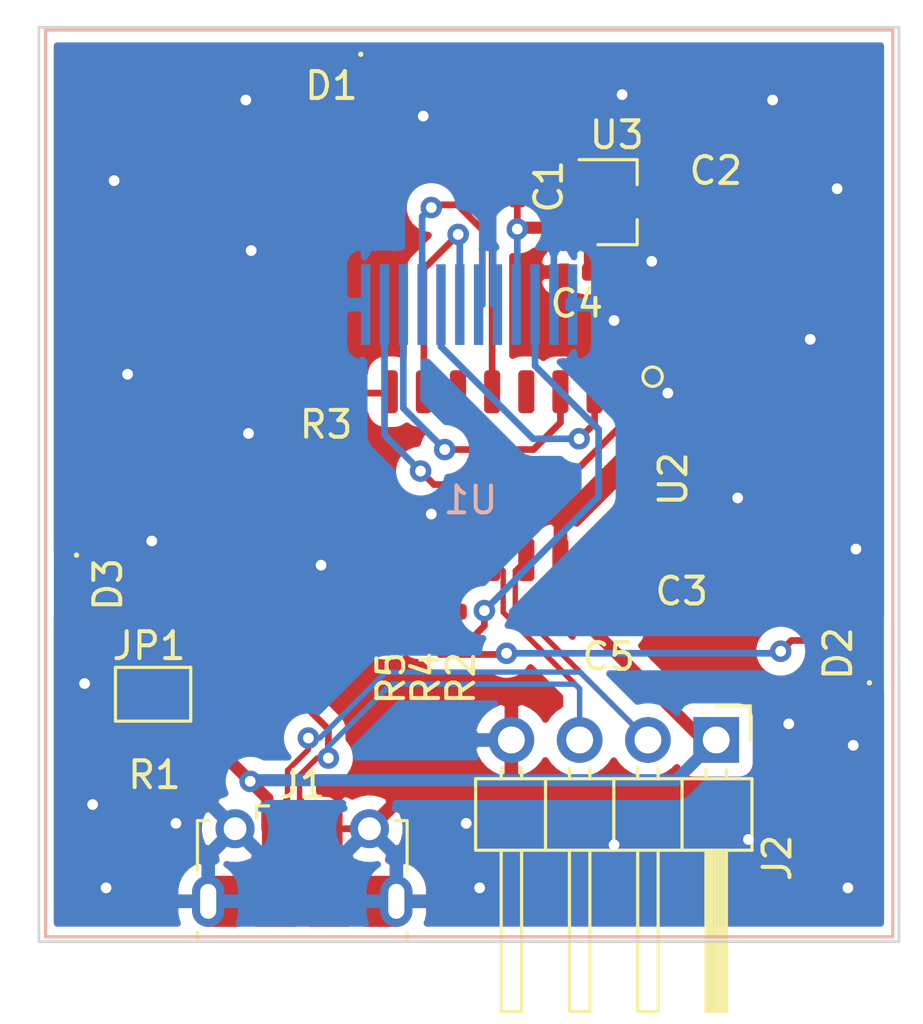
<source format=kicad_pcb>
(kicad_pcb (version 20171130) (host pcbnew "(5.1.6)-1")

  (general
    (thickness 1.6)
    (drawings 11)
    (tracks 154)
    (zones 0)
    (modules 19)
    (nets 24)
  )

  (page A4)
  (title_block
    (title USB-Screen)
    (date 2020-09-15)
    (rev 1.0)
    (company chenxuuu)
  )

  (layers
    (0 F.Cu signal)
    (31 B.Cu signal)
    (32 B.Adhes user)
    (33 F.Adhes user)
    (34 B.Paste user)
    (35 F.Paste user)
    (36 B.SilkS user)
    (37 F.SilkS user)
    (38 B.Mask user)
    (39 F.Mask user)
    (40 Dwgs.User user)
    (41 Cmts.User user)
    (42 Eco1.User user)
    (43 Eco2.User user)
    (44 Edge.Cuts user)
    (45 Margin user)
    (46 B.CrtYd user)
    (47 F.CrtYd user)
    (48 B.Fab user)
    (49 F.Fab user)
  )

  (setup
    (last_trace_width 0.25)
    (trace_clearance 0.2)
    (zone_clearance 0.508)
    (zone_45_only no)
    (trace_min 0.2)
    (via_size 0.8)
    (via_drill 0.4)
    (via_min_size 0.4)
    (via_min_drill 0.3)
    (uvia_size 0.3)
    (uvia_drill 0.1)
    (uvias_allowed no)
    (uvia_min_size 0.2)
    (uvia_min_drill 0.1)
    (edge_width 0.05)
    (segment_width 0.2)
    (pcb_text_width 0.3)
    (pcb_text_size 1.5 1.5)
    (mod_edge_width 0.12)
    (mod_text_size 1 1)
    (mod_text_width 0.15)
    (pad_size 1.524 1.524)
    (pad_drill 0.762)
    (pad_to_mask_clearance 0.05)
    (aux_axis_origin 0 0)
    (grid_origin 97 114)
    (visible_elements FFFFFF7F)
    (pcbplotparams
      (layerselection 0x010fc_ffffffff)
      (usegerberextensions false)
      (usegerberattributes true)
      (usegerberadvancedattributes true)
      (creategerberjobfile true)
      (excludeedgelayer true)
      (linewidth 0.100000)
      (plotframeref false)
      (viasonmask false)
      (mode 1)
      (useauxorigin false)
      (hpglpennumber 1)
      (hpglpenspeed 20)
      (hpglpendiameter 15.000000)
      (psnegative false)
      (psa4output false)
      (plotreference true)
      (plotvalue true)
      (plotinvisibletext false)
      (padsonsilk false)
      (subtractmaskfromsilk false)
      (outputformat 1)
      (mirror false)
      (drillshape 1)
      (scaleselection 1)
      (outputdirectory ""))
  )

  (net 0 "")
  (net 1 +3V3)
  (net 2 GND)
  (net 3 +5V)
  (net 4 "Net-(C3-Pad2)")
  (net 5 "Net-(D1-Pad2)")
  (net 6 "Net-(D2-Pad2)")
  (net 7 "Net-(D3-Pad2)")
  (net 8 /USB_D+)
  (net 9 "Net-(J1-Pad4)")
  (net 10 /USB_D-)
  (net 11 "Net-(JP1-Pad2)")
  (net 12 /PWM)
  (net 13 /KEDA)
  (net 14 /LED1)
  (net 15 /LED2)
  (net 16 /LED3)
  (net 17 /DC)
  (net 18 /CS)
  (net 19 /SCL)
  (net 20 /SDA)
  (net 21 /RST)
  (net 22 "Net-(U2-Pad4)")
  (net 23 "Net-(U2-Pad6)")

  (net_class Default "This is the default net class."
    (clearance 0.2)
    (trace_width 0.25)
    (via_dia 0.8)
    (via_drill 0.4)
    (uvia_dia 0.3)
    (uvia_drill 0.1)
    (add_net /CS)
    (add_net /DC)
    (add_net /KEDA)
    (add_net /LED1)
    (add_net /LED2)
    (add_net /LED3)
    (add_net /PWM)
    (add_net /RST)
    (add_net /SCL)
    (add_net /SDA)
    (add_net /USB_D+)
    (add_net /USB_D-)
    (add_net GND)
    (add_net "Net-(C3-Pad2)")
    (add_net "Net-(D1-Pad2)")
    (add_net "Net-(D2-Pad2)")
    (add_net "Net-(D3-Pad2)")
    (add_net "Net-(J1-Pad4)")
    (add_net "Net-(JP1-Pad2)")
    (add_net "Net-(U2-Pad4)")
    (add_net "Net-(U2-Pad6)")
  )

  (net_class power ""
    (clearance 0.2)
    (trace_width 0.45)
    (via_dia 0.8)
    (via_drill 0.4)
    (uvia_dia 0.3)
    (uvia_drill 0.1)
    (add_net +3V3)
    (add_net +5V)
  )

  (module Package_TO_SOT_SMD:SOT-23 (layer F.Cu) (tedit 5A02FF57) (tstamp 5F60F303)
    (at 118.5 86.5)
    (descr "SOT-23, Standard")
    (tags SOT-23)
    (path /5F61E515)
    (attr smd)
    (fp_text reference U3 (at 0 -2.5) (layer F.SilkS)
      (effects (font (size 1 1) (thickness 0.15)))
    )
    (fp_text value XC662 (at 0 2.5) (layer F.Fab)
      (effects (font (size 1 1) (thickness 0.15)))
    )
    (fp_text user %R (at 0 0 90) (layer F.Fab)
      (effects (font (size 0.5 0.5) (thickness 0.075)))
    )
    (fp_line (start -0.7 -0.95) (end -0.7 1.5) (layer F.Fab) (width 0.1))
    (fp_line (start -0.15 -1.52) (end 0.7 -1.52) (layer F.Fab) (width 0.1))
    (fp_line (start -0.7 -0.95) (end -0.15 -1.52) (layer F.Fab) (width 0.1))
    (fp_line (start 0.7 -1.52) (end 0.7 1.52) (layer F.Fab) (width 0.1))
    (fp_line (start -0.7 1.52) (end 0.7 1.52) (layer F.Fab) (width 0.1))
    (fp_line (start 0.76 1.58) (end 0.76 0.65) (layer F.SilkS) (width 0.12))
    (fp_line (start 0.76 -1.58) (end 0.76 -0.65) (layer F.SilkS) (width 0.12))
    (fp_line (start -1.7 -1.75) (end 1.7 -1.75) (layer F.CrtYd) (width 0.05))
    (fp_line (start 1.7 -1.75) (end 1.7 1.75) (layer F.CrtYd) (width 0.05))
    (fp_line (start 1.7 1.75) (end -1.7 1.75) (layer F.CrtYd) (width 0.05))
    (fp_line (start -1.7 1.75) (end -1.7 -1.75) (layer F.CrtYd) (width 0.05))
    (fp_line (start 0.76 -1.58) (end -1.4 -1.58) (layer F.SilkS) (width 0.12))
    (fp_line (start 0.76 1.58) (end -0.7 1.58) (layer F.SilkS) (width 0.12))
    (pad 3 smd rect (at 1 0) (size 0.9 0.8) (layers F.Cu F.Paste F.Mask)
      (net 3 +5V))
    (pad 2 smd rect (at -1 0.95) (size 0.9 0.8) (layers F.Cu F.Paste F.Mask)
      (net 1 +3V3))
    (pad 1 smd rect (at -1 -0.95) (size 0.9 0.8) (layers F.Cu F.Paste F.Mask)
      (net 2 GND))
    (model ${KISYS3DMOD}/Package_TO_SOT_SMD.3dshapes/SOT-23.wrl
      (at (xyz 0 0 0))
      (scale (xyz 1 1 1))
      (rotate (xyz 0 0 0))
    )
  )

  (module USB-Screen:SOP-16_4.55x10.3mm_P1.27mm (layer F.Cu) (tedit 5F6026CA) (tstamp 5F60CF6E)
    (at 114.5 96.8 270)
    (descr "SOP, 16 Pin (https://toshiba.semicon-storage.com/info/docget.jsp?did=12855&prodName=TLP290-4), generated with kicad-footprint-generator ipc_gullwing_generator.py")
    (tags "SOP SO")
    (path /5F6027B1)
    (attr smd)
    (fp_text reference U2 (at 0 -6.1 90) (layer F.SilkS)
      (effects (font (size 1 1) (thickness 0.15)))
    )
    (fp_text value CH551 (at 0 6.1 90) (layer F.Fab)
      (effects (font (size 1 1) (thickness 0.15)))
    )
    (fp_text user %R (at 0 0 90) (layer F.Fab)
      (effects (font (size 1 1) (thickness 0.15)))
    )
    (fp_circle (center -3.81 -5.334) (end -3.556 -5.08) (layer F.SilkS) (width 0.12))
    (fp_line (start -1.275 -5.15) (end 2.032 -5.15) (layer F.Fab) (width 0.1))
    (fp_line (start 2.032 -5.15) (end 2.032 5.15) (layer F.Fab) (width 0.1))
    (fp_line (start 2.032 5.15) (end -2.275 5.15) (layer F.Fab) (width 0.1))
    (fp_line (start -2.275 5.15) (end -2.275 -4.15) (layer F.Fab) (width 0.1))
    (fp_line (start -2.275 -4.15) (end -1.275 -5.15) (layer F.Fab) (width 0.1))
    (fp_line (start -4.3 -5.4) (end -4.3 5.4) (layer F.CrtYd) (width 0.05))
    (fp_line (start -4.3 5.4) (end 4.064 5.4) (layer F.CrtYd) (width 0.05))
    (fp_line (start 4.046 5.4) (end 4.046 -5.4) (layer F.CrtYd) (width 0.05))
    (fp_line (start 4.046 -5.4) (end -4.318 -5.4) (layer F.CrtYd) (width 0.05))
    (pad 1 smd roundrect (at -3.25 -4.445 270) (size 1.6 0.6) (layers F.Cu F.Paste F.Mask) (roundrect_rratio 0.25)
      (net 21 /RST))
    (pad 2 smd roundrect (at -3.25 -3.175 270) (size 1.6 0.6) (layers F.Cu F.Paste F.Mask) (roundrect_rratio 0.25)
      (net 18 /CS))
    (pad 3 smd roundrect (at -3.25 -1.905 270) (size 1.6 0.6) (layers F.Cu F.Paste F.Mask) (roundrect_rratio 0.25)
      (net 20 /SDA))
    (pad 4 smd roundrect (at -3.25 -0.635 270) (size 1.6 0.6) (layers F.Cu F.Paste F.Mask) (roundrect_rratio 0.25)
      (net 22 "Net-(U2-Pad4)"))
    (pad 5 smd roundrect (at -3.25 0.635 270) (size 1.6 0.6) (layers F.Cu F.Paste F.Mask) (roundrect_rratio 0.25)
      (net 19 /SCL))
    (pad 6 smd roundrect (at -3.25 1.905 270) (size 1.6 0.6) (layers F.Cu F.Paste F.Mask) (roundrect_rratio 0.25)
      (net 23 "Net-(U2-Pad6)"))
    (pad 7 smd roundrect (at -3.25 3.175 270) (size 1.6 0.6) (layers F.Cu F.Paste F.Mask) (roundrect_rratio 0.25)
      (net 17 /DC))
    (pad 8 smd roundrect (at -3.25 4.445 270) (size 1.6 0.6) (layers F.Cu F.Paste F.Mask) (roundrect_rratio 0.25)
      (net 14 /LED1))
    (pad 9 smd roundrect (at 2.996 4.445 270) (size 1.6 0.6) (layers F.Cu F.Paste F.Mask) (roundrect_rratio 0.25)
      (net 16 /LED3))
    (pad 10 smd roundrect (at 2.996 3.175 270) (size 1.6 0.6) (layers F.Cu F.Paste F.Mask) (roundrect_rratio 0.25)
      (net 15 /LED2))
    (pad 11 smd roundrect (at 2.996 1.905 270) (size 1.6 0.6) (layers F.Cu F.Paste F.Mask) (roundrect_rratio 0.25)
      (net 12 /PWM))
    (pad 12 smd roundrect (at 2.996 0.635 270) (size 1.6 0.6) (layers F.Cu F.Paste F.Mask) (roundrect_rratio 0.25)
      (net 8 /USB_D+))
    (pad 13 smd roundrect (at 2.996 -0.635 270) (size 1.6 0.6) (layers F.Cu F.Paste F.Mask) (roundrect_rratio 0.25)
      (net 10 /USB_D-))
    (pad 14 smd roundrect (at 2.996 -1.905 270) (size 1.6 0.6) (layers F.Cu F.Paste F.Mask) (roundrect_rratio 0.25)
      (net 2 GND))
    (pad 15 smd roundrect (at 2.996 -3.175 270) (size 1.6 0.6) (layers F.Cu F.Paste F.Mask) (roundrect_rratio 0.25)
      (net 3 +5V))
    (pad 16 smd roundrect (at 2.996 -4.445 270) (size 1.6 0.6) (layers F.Cu F.Paste F.Mask) (roundrect_rratio 0.25)
      (net 4 "Net-(C3-Pad2)"))
    (model ${KISYS3DMOD}/Package_SO.3dshapes/SOP-16_4.4x10.4mm_P1.27mm.wrl
      (offset (xyz -0.25 0 0))
      (scale (xyz 1 1 1))
      (rotate (xyz 0 0 0))
    )
  )

  (module USB-Screen:ZJY154T-PG04 (layer B.Cu) (tedit 5F6045E9) (tstamp 5F60CF4F)
    (at 113 96.9)
    (path /5F62CDD2)
    (attr smd)
    (fp_text reference U1 (at 0.06 0.68) (layer B.SilkS)
      (effects (font (size 1 1) (thickness 0.15)) (justify mirror))
    )
    (fp_text value ZJY154T-PG04 (at 0.06 -0.47) (layer B.Fab)
      (effects (font (size 1 1) (thickness 0.15)) (justify mirror))
    )
    (fp_line (start -15.75 -16.8) (end 15.77 -16.8) (layer B.SilkS) (width 0.12))
    (fp_line (start 15.77 -16.8) (end 15.77 16.92) (layer B.SilkS) (width 0.12))
    (fp_line (start 15.77 16.92) (end -15.75 16.92) (layer B.SilkS) (width 0.12))
    (fp_line (start -15.75 16.92) (end -15.75 -16.8) (layer B.SilkS) (width 0.12))
    (pad 1 smd rect (at 3.86 -6.59 180) (size 0.35 3) (layers B.Cu B.Paste B.Mask)
      (net 2 GND))
    (pad 2 smd rect (at 3.16 -6.59 180) (size 0.35 3) (layers B.Cu B.Paste B.Mask)
      (net 2 GND))
    (pad 3 smd rect (at 2.46 -6.59 180) (size 0.35 3) (layers B.Cu B.Paste B.Mask)
      (net 13 /KEDA))
    (pad 4 smd rect (at 1.76 -6.59 180) (size 0.35 3) (layers B.Cu B.Paste B.Mask)
      (net 1 +3V3))
    (pad 5 smd rect (at 1.06 -6.59 180) (size 0.35 3) (layers B.Cu B.Paste B.Mask)
      (net 2 GND))
    (pad 6 smd rect (at 0.36 -6.59 180) (size 0.35 3) (layers B.Cu B.Paste B.Mask)
      (net 2 GND))
    (pad 7 smd rect (at -0.34 -6.59 180) (size 0.35 3) (layers B.Cu B.Paste B.Mask)
      (net 17 /DC))
    (pad 8 smd rect (at -1.04 -6.59 180) (size 0.35 3) (layers B.Cu B.Paste B.Mask)
      (net 18 /CS))
    (pad 9 smd rect (at -1.74 -6.59 180) (size 0.35 3) (layers B.Cu B.Paste B.Mask)
      (net 19 /SCL))
    (pad 10 smd rect (at -2.44 -6.59 180) (size 0.35 3) (layers B.Cu B.Paste B.Mask)
      (net 20 /SDA))
    (pad 11 smd rect (at -3.14 -6.59 180) (size 0.35 3) (layers B.Cu B.Paste B.Mask)
      (net 21 /RST))
    (pad 12 smd rect (at -3.84 -6.59 180) (size 0.35 3) (layers B.Cu B.Paste B.Mask)
      (net 2 GND))
  )

  (module Resistor_SMD:R_0402_1005Metric (layer F.Cu) (tedit 5B301BBD) (tstamp 5F60CF3B)
    (at 110 102.215 270)
    (descr "Resistor SMD 0402 (1005 Metric), square (rectangular) end terminal, IPC_7351 nominal, (Body size source: http://www.tortai-tech.com/upload/download/2011102023233369053.pdf), generated with kicad-footprint-generator")
    (tags resistor)
    (path /5F68CF79)
    (attr smd)
    (fp_text reference R5 (at 1.985 -0.1 90) (layer F.SilkS)
      (effects (font (size 1 1) (thickness 0.15)))
    )
    (fp_text value 33R (at 0 1.17 90) (layer F.Fab)
      (effects (font (size 1 1) (thickness 0.15)))
    )
    (fp_text user %R (at 0 0 90) (layer F.Fab)
      (effects (font (size 0.25 0.25) (thickness 0.04)))
    )
    (fp_line (start -0.5 0.25) (end -0.5 -0.25) (layer F.Fab) (width 0.1))
    (fp_line (start -0.5 -0.25) (end 0.5 -0.25) (layer F.Fab) (width 0.1))
    (fp_line (start 0.5 -0.25) (end 0.5 0.25) (layer F.Fab) (width 0.1))
    (fp_line (start 0.5 0.25) (end -0.5 0.25) (layer F.Fab) (width 0.1))
    (fp_line (start -0.93 0.47) (end -0.93 -0.47) (layer F.CrtYd) (width 0.05))
    (fp_line (start -0.93 -0.47) (end 0.93 -0.47) (layer F.CrtYd) (width 0.05))
    (fp_line (start 0.93 -0.47) (end 0.93 0.47) (layer F.CrtYd) (width 0.05))
    (fp_line (start 0.93 0.47) (end -0.93 0.47) (layer F.CrtYd) (width 0.05))
    (pad 2 smd roundrect (at 0.485 0 270) (size 0.59 0.64) (layers F.Cu F.Paste F.Mask) (roundrect_rratio 0.25)
      (net 7 "Net-(D3-Pad2)"))
    (pad 1 smd roundrect (at -0.485 0 270) (size 0.59 0.64) (layers F.Cu F.Paste F.Mask) (roundrect_rratio 0.25)
      (net 16 /LED3))
    (model ${KISYS3DMOD}/Resistor_SMD.3dshapes/R_0402_1005Metric.wrl
      (at (xyz 0 0 0))
      (scale (xyz 1 1 1))
      (rotate (xyz 0 0 0))
    )
  )

  (module Resistor_SMD:R_0402_1005Metric (layer F.Cu) (tedit 5B301BBD) (tstamp 5F60CF2C)
    (at 111.3 102.2 270)
    (descr "Resistor SMD 0402 (1005 Metric), square (rectangular) end terminal, IPC_7351 nominal, (Body size source: http://www.tortai-tech.com/upload/download/2011102023233369053.pdf), generated with kicad-footprint-generator")
    (tags resistor)
    (path /5F68B5C4)
    (attr smd)
    (fp_text reference R4 (at 2 -0.1 90) (layer F.SilkS)
      (effects (font (size 1 1) (thickness 0.15)))
    )
    (fp_text value 33R (at 0 1.17 90) (layer F.Fab)
      (effects (font (size 1 1) (thickness 0.15)))
    )
    (fp_text user %R (at 0 0 90) (layer F.Fab)
      (effects (font (size 0.25 0.25) (thickness 0.04)))
    )
    (fp_line (start -0.5 0.25) (end -0.5 -0.25) (layer F.Fab) (width 0.1))
    (fp_line (start -0.5 -0.25) (end 0.5 -0.25) (layer F.Fab) (width 0.1))
    (fp_line (start 0.5 -0.25) (end 0.5 0.25) (layer F.Fab) (width 0.1))
    (fp_line (start 0.5 0.25) (end -0.5 0.25) (layer F.Fab) (width 0.1))
    (fp_line (start -0.93 0.47) (end -0.93 -0.47) (layer F.CrtYd) (width 0.05))
    (fp_line (start -0.93 -0.47) (end 0.93 -0.47) (layer F.CrtYd) (width 0.05))
    (fp_line (start 0.93 -0.47) (end 0.93 0.47) (layer F.CrtYd) (width 0.05))
    (fp_line (start 0.93 0.47) (end -0.93 0.47) (layer F.CrtYd) (width 0.05))
    (pad 2 smd roundrect (at 0.485 0 270) (size 0.59 0.64) (layers F.Cu F.Paste F.Mask) (roundrect_rratio 0.25)
      (net 6 "Net-(D2-Pad2)"))
    (pad 1 smd roundrect (at -0.485 0 270) (size 0.59 0.64) (layers F.Cu F.Paste F.Mask) (roundrect_rratio 0.25)
      (net 15 /LED2))
    (model ${KISYS3DMOD}/Resistor_SMD.3dshapes/R_0402_1005Metric.wrl
      (at (xyz 0 0 0))
      (scale (xyz 1 1 1))
      (rotate (xyz 0 0 0))
    )
  )

  (module Resistor_SMD:R_0402_1005Metric (layer F.Cu) (tedit 5B301BBD) (tstamp 5F60CF1D)
    (at 107.685 93.6 180)
    (descr "Resistor SMD 0402 (1005 Metric), square (rectangular) end terminal, IPC_7351 nominal, (Body size source: http://www.tortai-tech.com/upload/download/2011102023233369053.pdf), generated with kicad-footprint-generator")
    (tags resistor)
    (path /5F68A7DE)
    (attr smd)
    (fp_text reference R3 (at 0 -1.17) (layer F.SilkS)
      (effects (font (size 1 1) (thickness 0.15)))
    )
    (fp_text value 33R (at 0 1.17) (layer F.Fab)
      (effects (font (size 1 1) (thickness 0.15)))
    )
    (fp_text user %R (at 0 0) (layer F.Fab)
      (effects (font (size 0.25 0.25) (thickness 0.04)))
    )
    (fp_line (start -0.5 0.25) (end -0.5 -0.25) (layer F.Fab) (width 0.1))
    (fp_line (start -0.5 -0.25) (end 0.5 -0.25) (layer F.Fab) (width 0.1))
    (fp_line (start 0.5 -0.25) (end 0.5 0.25) (layer F.Fab) (width 0.1))
    (fp_line (start 0.5 0.25) (end -0.5 0.25) (layer F.Fab) (width 0.1))
    (fp_line (start -0.93 0.47) (end -0.93 -0.47) (layer F.CrtYd) (width 0.05))
    (fp_line (start -0.93 -0.47) (end 0.93 -0.47) (layer F.CrtYd) (width 0.05))
    (fp_line (start 0.93 -0.47) (end 0.93 0.47) (layer F.CrtYd) (width 0.05))
    (fp_line (start 0.93 0.47) (end -0.93 0.47) (layer F.CrtYd) (width 0.05))
    (pad 2 smd roundrect (at 0.485 0 180) (size 0.59 0.64) (layers F.Cu F.Paste F.Mask) (roundrect_rratio 0.25)
      (net 5 "Net-(D1-Pad2)"))
    (pad 1 smd roundrect (at -0.485 0 180) (size 0.59 0.64) (layers F.Cu F.Paste F.Mask) (roundrect_rratio 0.25)
      (net 14 /LED1))
    (model ${KISYS3DMOD}/Resistor_SMD.3dshapes/R_0402_1005Metric.wrl
      (at (xyz 0 0 0))
      (scale (xyz 1 1 1))
      (rotate (xyz 0 0 0))
    )
  )

  (module Resistor_SMD:R_0402_1005Metric (layer F.Cu) (tedit 5B301BBD) (tstamp 5F60CF0E)
    (at 112.6 102.215 90)
    (descr "Resistor SMD 0402 (1005 Metric), square (rectangular) end terminal, IPC_7351 nominal, (Body size source: http://www.tortai-tech.com/upload/download/2011102023233369053.pdf), generated with kicad-footprint-generator")
    (tags resistor)
    (path /5F66A17C)
    (attr smd)
    (fp_text reference R2 (at -1.985 0.1 90) (layer F.SilkS)
      (effects (font (size 1 1) (thickness 0.15)))
    )
    (fp_text value 33R (at 0 1.17 90) (layer F.Fab)
      (effects (font (size 1 1) (thickness 0.15)))
    )
    (fp_text user %R (at 0 0 90) (layer F.Fab)
      (effects (font (size 0.25 0.25) (thickness 0.04)))
    )
    (fp_line (start -0.5 0.25) (end -0.5 -0.25) (layer F.Fab) (width 0.1))
    (fp_line (start -0.5 -0.25) (end 0.5 -0.25) (layer F.Fab) (width 0.1))
    (fp_line (start 0.5 -0.25) (end 0.5 0.25) (layer F.Fab) (width 0.1))
    (fp_line (start 0.5 0.25) (end -0.5 0.25) (layer F.Fab) (width 0.1))
    (fp_line (start -0.93 0.47) (end -0.93 -0.47) (layer F.CrtYd) (width 0.05))
    (fp_line (start -0.93 -0.47) (end 0.93 -0.47) (layer F.CrtYd) (width 0.05))
    (fp_line (start 0.93 -0.47) (end 0.93 0.47) (layer F.CrtYd) (width 0.05))
    (fp_line (start 0.93 0.47) (end -0.93 0.47) (layer F.CrtYd) (width 0.05))
    (pad 2 smd roundrect (at 0.485 0 90) (size 0.59 0.64) (layers F.Cu F.Paste F.Mask) (roundrect_rratio 0.25)
      (net 12 /PWM))
    (pad 1 smd roundrect (at -0.485 0 90) (size 0.59 0.64) (layers F.Cu F.Paste F.Mask) (roundrect_rratio 0.25)
      (net 13 /KEDA))
    (model ${KISYS3DMOD}/Resistor_SMD.3dshapes/R_0402_1005Metric.wrl
      (at (xyz 0 0 0))
      (scale (xyz 1 1 1))
      (rotate (xyz 0 0 0))
    )
  )

  (module Resistor_SMD:R_0402_1005Metric (layer F.Cu) (tedit 5B301BBD) (tstamp 5F60CEFF)
    (at 101.2 106.6)
    (descr "Resistor SMD 0402 (1005 Metric), square (rectangular) end terminal, IPC_7351 nominal, (Body size source: http://www.tortai-tech.com/upload/download/2011102023233369053.pdf), generated with kicad-footprint-generator")
    (tags resistor)
    (path /5F662FAB)
    (attr smd)
    (fp_text reference R1 (at 0.1 1.2) (layer F.SilkS)
      (effects (font (size 1 1) (thickness 0.15)))
    )
    (fp_text value 10K (at 0 1.17) (layer F.Fab)
      (effects (font (size 1 1) (thickness 0.15)))
    )
    (fp_text user %R (at 0 0) (layer F.Fab)
      (effects (font (size 0.25 0.25) (thickness 0.04)))
    )
    (fp_line (start -0.5 0.25) (end -0.5 -0.25) (layer F.Fab) (width 0.1))
    (fp_line (start -0.5 -0.25) (end 0.5 -0.25) (layer F.Fab) (width 0.1))
    (fp_line (start 0.5 -0.25) (end 0.5 0.25) (layer F.Fab) (width 0.1))
    (fp_line (start 0.5 0.25) (end -0.5 0.25) (layer F.Fab) (width 0.1))
    (fp_line (start -0.93 0.47) (end -0.93 -0.47) (layer F.CrtYd) (width 0.05))
    (fp_line (start -0.93 -0.47) (end 0.93 -0.47) (layer F.CrtYd) (width 0.05))
    (fp_line (start 0.93 -0.47) (end 0.93 0.47) (layer F.CrtYd) (width 0.05))
    (fp_line (start 0.93 0.47) (end -0.93 0.47) (layer F.CrtYd) (width 0.05))
    (pad 2 smd roundrect (at 0.485 0) (size 0.59 0.64) (layers F.Cu F.Paste F.Mask) (roundrect_rratio 0.25)
      (net 3 +5V))
    (pad 1 smd roundrect (at -0.485 0) (size 0.59 0.64) (layers F.Cu F.Paste F.Mask) (roundrect_rratio 0.25)
      (net 11 "Net-(JP1-Pad2)"))
    (model ${KISYS3DMOD}/Resistor_SMD.3dshapes/R_0402_1005Metric.wrl
      (at (xyz 0 0 0))
      (scale (xyz 1 1 1))
      (rotate (xyz 0 0 0))
    )
  )

  (module Jumper:SolderJumper-2_P1.3mm_Open_Pad1.0x1.5mm (layer F.Cu) (tedit 5A3EABFC) (tstamp 5F60F269)
    (at 101.25 104.8 180)
    (descr "SMD Solder Jumper, 1x1.5mm Pads, 0.3mm gap, open")
    (tags "solder jumper open")
    (path /5F656264)
    (attr virtual)
    (fp_text reference JP1 (at 0.15 1.8) (layer F.SilkS)
      (effects (font (size 1 1) (thickness 0.15)))
    )
    (fp_text value "P3.6 download" (at 0 1.9) (layer F.Fab)
      (effects (font (size 1 1) (thickness 0.15)))
    )
    (fp_line (start -1.4 1) (end -1.4 -1) (layer F.SilkS) (width 0.12))
    (fp_line (start 1.4 1) (end -1.4 1) (layer F.SilkS) (width 0.12))
    (fp_line (start 1.4 -1) (end 1.4 1) (layer F.SilkS) (width 0.12))
    (fp_line (start -1.4 -1) (end 1.4 -1) (layer F.SilkS) (width 0.12))
    (fp_line (start -1.65 -1.25) (end 1.65 -1.25) (layer F.CrtYd) (width 0.05))
    (fp_line (start -1.65 -1.25) (end -1.65 1.25) (layer F.CrtYd) (width 0.05))
    (fp_line (start 1.65 1.25) (end 1.65 -1.25) (layer F.CrtYd) (width 0.05))
    (fp_line (start 1.65 1.25) (end -1.65 1.25) (layer F.CrtYd) (width 0.05))
    (pad 1 smd rect (at -0.65 0 180) (size 1 1.5) (layers F.Cu F.Mask)
      (net 8 /USB_D+))
    (pad 2 smd rect (at 0.65 0 180) (size 1 1.5) (layers F.Cu F.Mask)
      (net 11 "Net-(JP1-Pad2)"))
  )

  (module Connector_PinHeader_2.54mm:PinHeader_1x04_P2.54mm_Horizontal (layer F.Cu) (tedit 59FED5CB) (tstamp 5F60E8F3)
    (at 122.2 106.5 270)
    (descr "Through hole angled pin header, 1x04, 2.54mm pitch, 6mm pin length, single row")
    (tags "Through hole angled pin header THT 1x04 2.54mm single row")
    (path /5F605182)
    (fp_text reference J2 (at 4.385 -2.27 90) (layer F.SilkS)
      (effects (font (size 1 1) (thickness 0.15)))
    )
    (fp_text value Conn_01x04 (at 4.385 9.89 90) (layer F.Fab)
      (effects (font (size 1 1) (thickness 0.15)))
    )
    (fp_text user %R (at 2.77 3.81) (layer F.Fab)
      (effects (font (size 1 1) (thickness 0.15)))
    )
    (fp_line (start 2.135 -1.27) (end 4.04 -1.27) (layer F.Fab) (width 0.1))
    (fp_line (start 4.04 -1.27) (end 4.04 8.89) (layer F.Fab) (width 0.1))
    (fp_line (start 4.04 8.89) (end 1.5 8.89) (layer F.Fab) (width 0.1))
    (fp_line (start 1.5 8.89) (end 1.5 -0.635) (layer F.Fab) (width 0.1))
    (fp_line (start 1.5 -0.635) (end 2.135 -1.27) (layer F.Fab) (width 0.1))
    (fp_line (start -0.32 -0.32) (end 1.5 -0.32) (layer F.Fab) (width 0.1))
    (fp_line (start -0.32 -0.32) (end -0.32 0.32) (layer F.Fab) (width 0.1))
    (fp_line (start -0.32 0.32) (end 1.5 0.32) (layer F.Fab) (width 0.1))
    (fp_line (start 4.04 -0.32) (end 10.04 -0.32) (layer F.Fab) (width 0.1))
    (fp_line (start 10.04 -0.32) (end 10.04 0.32) (layer F.Fab) (width 0.1))
    (fp_line (start 4.04 0.32) (end 10.04 0.32) (layer F.Fab) (width 0.1))
    (fp_line (start -0.32 2.22) (end 1.5 2.22) (layer F.Fab) (width 0.1))
    (fp_line (start -0.32 2.22) (end -0.32 2.86) (layer F.Fab) (width 0.1))
    (fp_line (start -0.32 2.86) (end 1.5 2.86) (layer F.Fab) (width 0.1))
    (fp_line (start 4.04 2.22) (end 10.04 2.22) (layer F.Fab) (width 0.1))
    (fp_line (start 10.04 2.22) (end 10.04 2.86) (layer F.Fab) (width 0.1))
    (fp_line (start 4.04 2.86) (end 10.04 2.86) (layer F.Fab) (width 0.1))
    (fp_line (start -0.32 4.76) (end 1.5 4.76) (layer F.Fab) (width 0.1))
    (fp_line (start -0.32 4.76) (end -0.32 5.4) (layer F.Fab) (width 0.1))
    (fp_line (start -0.32 5.4) (end 1.5 5.4) (layer F.Fab) (width 0.1))
    (fp_line (start 4.04 4.76) (end 10.04 4.76) (layer F.Fab) (width 0.1))
    (fp_line (start 10.04 4.76) (end 10.04 5.4) (layer F.Fab) (width 0.1))
    (fp_line (start 4.04 5.4) (end 10.04 5.4) (layer F.Fab) (width 0.1))
    (fp_line (start -0.32 7.3) (end 1.5 7.3) (layer F.Fab) (width 0.1))
    (fp_line (start -0.32 7.3) (end -0.32 7.94) (layer F.Fab) (width 0.1))
    (fp_line (start -0.32 7.94) (end 1.5 7.94) (layer F.Fab) (width 0.1))
    (fp_line (start 4.04 7.3) (end 10.04 7.3) (layer F.Fab) (width 0.1))
    (fp_line (start 10.04 7.3) (end 10.04 7.94) (layer F.Fab) (width 0.1))
    (fp_line (start 4.04 7.94) (end 10.04 7.94) (layer F.Fab) (width 0.1))
    (fp_line (start 1.44 -1.33) (end 1.44 8.95) (layer F.SilkS) (width 0.12))
    (fp_line (start 1.44 8.95) (end 4.1 8.95) (layer F.SilkS) (width 0.12))
    (fp_line (start 4.1 8.95) (end 4.1 -1.33) (layer F.SilkS) (width 0.12))
    (fp_line (start 4.1 -1.33) (end 1.44 -1.33) (layer F.SilkS) (width 0.12))
    (fp_line (start 4.1 -0.38) (end 10.1 -0.38) (layer F.SilkS) (width 0.12))
    (fp_line (start 10.1 -0.38) (end 10.1 0.38) (layer F.SilkS) (width 0.12))
    (fp_line (start 10.1 0.38) (end 4.1 0.38) (layer F.SilkS) (width 0.12))
    (fp_line (start 4.1 -0.32) (end 10.1 -0.32) (layer F.SilkS) (width 0.12))
    (fp_line (start 4.1 -0.2) (end 10.1 -0.2) (layer F.SilkS) (width 0.12))
    (fp_line (start 4.1 -0.08) (end 10.1 -0.08) (layer F.SilkS) (width 0.12))
    (fp_line (start 4.1 0.04) (end 10.1 0.04) (layer F.SilkS) (width 0.12))
    (fp_line (start 4.1 0.16) (end 10.1 0.16) (layer F.SilkS) (width 0.12))
    (fp_line (start 4.1 0.28) (end 10.1 0.28) (layer F.SilkS) (width 0.12))
    (fp_line (start 1.11 -0.38) (end 1.44 -0.38) (layer F.SilkS) (width 0.12))
    (fp_line (start 1.11 0.38) (end 1.44 0.38) (layer F.SilkS) (width 0.12))
    (fp_line (start 1.44 1.27) (end 4.1 1.27) (layer F.SilkS) (width 0.12))
    (fp_line (start 4.1 2.16) (end 10.1 2.16) (layer F.SilkS) (width 0.12))
    (fp_line (start 10.1 2.16) (end 10.1 2.92) (layer F.SilkS) (width 0.12))
    (fp_line (start 10.1 2.92) (end 4.1 2.92) (layer F.SilkS) (width 0.12))
    (fp_line (start 1.042929 2.16) (end 1.44 2.16) (layer F.SilkS) (width 0.12))
    (fp_line (start 1.042929 2.92) (end 1.44 2.92) (layer F.SilkS) (width 0.12))
    (fp_line (start 1.44 3.81) (end 4.1 3.81) (layer F.SilkS) (width 0.12))
    (fp_line (start 4.1 4.7) (end 10.1 4.7) (layer F.SilkS) (width 0.12))
    (fp_line (start 10.1 4.7) (end 10.1 5.46) (layer F.SilkS) (width 0.12))
    (fp_line (start 10.1 5.46) (end 4.1 5.46) (layer F.SilkS) (width 0.12))
    (fp_line (start 1.042929 4.7) (end 1.44 4.7) (layer F.SilkS) (width 0.12))
    (fp_line (start 1.042929 5.46) (end 1.44 5.46) (layer F.SilkS) (width 0.12))
    (fp_line (start 1.44 6.35) (end 4.1 6.35) (layer F.SilkS) (width 0.12))
    (fp_line (start 4.1 7.24) (end 10.1 7.24) (layer F.SilkS) (width 0.12))
    (fp_line (start 10.1 7.24) (end 10.1 8) (layer F.SilkS) (width 0.12))
    (fp_line (start 10.1 8) (end 4.1 8) (layer F.SilkS) (width 0.12))
    (fp_line (start 1.042929 7.24) (end 1.44 7.24) (layer F.SilkS) (width 0.12))
    (fp_line (start 1.042929 8) (end 1.44 8) (layer F.SilkS) (width 0.12))
    (fp_line (start -1.27 0) (end -1.27 -1.27) (layer F.SilkS) (width 0.12))
    (fp_line (start -1.27 -1.27) (end 0 -1.27) (layer F.SilkS) (width 0.12))
    (fp_line (start -1.8 -1.8) (end -1.8 9.4) (layer F.CrtYd) (width 0.05))
    (fp_line (start -1.8 9.4) (end 10.55 9.4) (layer F.CrtYd) (width 0.05))
    (fp_line (start 10.55 9.4) (end 10.55 -1.8) (layer F.CrtYd) (width 0.05))
    (fp_line (start 10.55 -1.8) (end -1.8 -1.8) (layer F.CrtYd) (width 0.05))
    (pad 4 thru_hole oval (at 0 7.62 270) (size 1.7 1.7) (drill 1) (layers *.Cu *.Mask)
      (net 2 GND))
    (pad 3 thru_hole oval (at 0 5.08 270) (size 1.7 1.7) (drill 1) (layers *.Cu *.Mask)
      (net 8 /USB_D+))
    (pad 2 thru_hole oval (at 0 2.54 270) (size 1.7 1.7) (drill 1) (layers *.Cu *.Mask)
      (net 10 /USB_D-))
    (pad 1 thru_hole rect (at 0 0 270) (size 1.7 1.7) (drill 1) (layers *.Cu *.Mask)
      (net 3 +5V))
    (model ${KISYS3DMOD}/Connector_PinHeader_2.54mm.3dshapes/PinHeader_1x04_P2.54mm_Horizontal.wrl
      (at (xyz 0 0 0))
      (scale (xyz 1 1 1))
      (rotate (xyz 0 0 0))
    )
  )

  (module Connector_USB:USB_Micro-B_Molex-105017-0001 (layer F.Cu) (tedit 5A1DC0BE) (tstamp 5F60E9DD)
    (at 106.8 111.2625)
    (descr http://www.molex.com/pdm_docs/sd/1050170001_sd.pdf)
    (tags "Micro-USB SMD Typ-B")
    (path /5F605CF0)
    (attr smd)
    (fp_text reference J1 (at 0 -3.1125) (layer F.SilkS)
      (effects (font (size 1 1) (thickness 0.15)))
    )
    (fp_text value USB_B_Micro (at 0.3 4.3375) (layer F.Fab)
      (effects (font (size 1 1) (thickness 0.15)))
    )
    (fp_text user %R (at 0 0.8875) (layer F.Fab)
      (effects (font (size 1 1) (thickness 0.15)))
    )
    (fp_text user "PCB Edge" (at 0 2.6875) (layer Dwgs.User)
      (effects (font (size 0.5 0.5) (thickness 0.08)))
    )
    (fp_line (start -4.4 3.64) (end 4.4 3.64) (layer F.CrtYd) (width 0.05))
    (fp_line (start 4.4 -2.46) (end 4.4 3.64) (layer F.CrtYd) (width 0.05))
    (fp_line (start -4.4 -2.46) (end 4.4 -2.46) (layer F.CrtYd) (width 0.05))
    (fp_line (start -4.4 3.64) (end -4.4 -2.46) (layer F.CrtYd) (width 0.05))
    (fp_line (start -3.9 -1.7625) (end -3.45 -1.7625) (layer F.SilkS) (width 0.12))
    (fp_line (start -3.9 0.0875) (end -3.9 -1.7625) (layer F.SilkS) (width 0.12))
    (fp_line (start 3.9 2.6375) (end 3.9 2.3875) (layer F.SilkS) (width 0.12))
    (fp_line (start 3.75 3.3875) (end 3.75 -1.6125) (layer F.Fab) (width 0.1))
    (fp_line (start -3 2.689204) (end 3 2.689204) (layer F.Fab) (width 0.1))
    (fp_line (start -3.75 3.389204) (end 3.75 3.389204) (layer F.Fab) (width 0.1))
    (fp_line (start -3.75 -1.6125) (end 3.75 -1.6125) (layer F.Fab) (width 0.1))
    (fp_line (start -3.75 3.3875) (end -3.75 -1.6125) (layer F.Fab) (width 0.1))
    (fp_line (start -3.9 2.6375) (end -3.9 2.3875) (layer F.SilkS) (width 0.12))
    (fp_line (start 3.9 0.0875) (end 3.9 -1.7625) (layer F.SilkS) (width 0.12))
    (fp_line (start 3.9 -1.7625) (end 3.45 -1.7625) (layer F.SilkS) (width 0.12))
    (fp_line (start -1.7 -2.3125) (end -1.25 -2.3125) (layer F.SilkS) (width 0.12))
    (fp_line (start -1.7 -2.3125) (end -1.7 -1.8625) (layer F.SilkS) (width 0.12))
    (fp_line (start -1.3 -1.7125) (end -1.5 -1.9125) (layer F.Fab) (width 0.1))
    (fp_line (start -1.1 -1.9125) (end -1.3 -1.7125) (layer F.Fab) (width 0.1))
    (fp_line (start -1.5 -2.1225) (end -1.1 -2.1225) (layer F.Fab) (width 0.1))
    (fp_line (start -1.5 -2.1225) (end -1.5 -1.9125) (layer F.Fab) (width 0.1))
    (fp_line (start -1.1 -2.1225) (end -1.1 -1.9125) (layer F.Fab) (width 0.1))
    (pad 6 smd rect (at -2.9 1.2375) (size 1.2 1.9) (layers F.Cu F.Mask)
      (net 2 GND))
    (pad 6 smd rect (at 2.9 1.2375) (size 1.2 1.9) (layers F.Cu F.Mask)
      (net 2 GND))
    (pad 6 thru_hole oval (at 3.5 1.2375) (size 1.2 1.9) (drill oval 0.6 1.3) (layers *.Cu *.Mask)
      (net 2 GND))
    (pad 6 thru_hole oval (at -3.5 1.2375 180) (size 1.2 1.9) (drill oval 0.6 1.3) (layers *.Cu *.Mask)
      (net 2 GND))
    (pad 6 smd rect (at -1 1.2375) (size 1.5 1.9) (layers F.Cu F.Paste F.Mask)
      (net 2 GND))
    (pad 6 thru_hole circle (at 2.5 -1.4625) (size 1.45 1.45) (drill 0.85) (layers *.Cu *.Mask)
      (net 2 GND))
    (pad 3 smd rect (at 0 -1.4625) (size 0.4 1.35) (layers F.Cu F.Paste F.Mask)
      (net 8 /USB_D+))
    (pad 4 smd rect (at 0.65 -1.4625) (size 0.4 1.35) (layers F.Cu F.Paste F.Mask)
      (net 9 "Net-(J1-Pad4)"))
    (pad 5 smd rect (at 1.3 -1.4625) (size 0.4 1.35) (layers F.Cu F.Paste F.Mask)
      (net 2 GND))
    (pad 1 smd rect (at -1.3 -1.4625) (size 0.4 1.35) (layers F.Cu F.Paste F.Mask)
      (net 3 +5V))
    (pad 2 smd rect (at -0.65 -1.4625) (size 0.4 1.35) (layers F.Cu F.Paste F.Mask)
      (net 10 /USB_D-))
    (pad 6 thru_hole circle (at -2.5 -1.4625) (size 1.45 1.45) (drill 0.85) (layers *.Cu *.Mask)
      (net 2 GND))
    (pad 6 smd rect (at 1 1.2375) (size 1.5 1.9) (layers F.Cu F.Paste F.Mask)
      (net 2 GND))
    (model ${KISYS3DMOD}/Connector_USB.3dshapes/USB_Micro-B_Molex-105017-0001.wrl
      (at (xyz 0 0 0))
      (scale (xyz 1 1 1))
      (rotate (xyz 0 0 0))
    )
  )

  (module LED_SMD:LED_0402_1005Metric (layer F.Cu) (tedit 5B301BBE) (tstamp 5F60CE6C)
    (at 98.4 100.715 270)
    (descr "LED SMD 0402 (1005 Metric), square (rectangular) end terminal, IPC_7351 nominal, (Body size source: http://www.tortai-tech.com/upload/download/2011102023233369053.pdf), generated with kicad-footprint-generator")
    (tags LED)
    (path /5F682D92)
    (attr smd)
    (fp_text reference D3 (at 0 -1.17 90) (layer F.SilkS)
      (effects (font (size 1 1) (thickness 0.15)))
    )
    (fp_text value LED (at 0 1.17 90) (layer F.Fab)
      (effects (font (size 1 1) (thickness 0.15)))
    )
    (fp_text user %R (at 0 0 90) (layer F.Fab)
      (effects (font (size 0.25 0.25) (thickness 0.04)))
    )
    (fp_circle (center -1.09 0) (end -1.04 0) (layer F.SilkS) (width 0.1))
    (fp_line (start -0.5 0.25) (end -0.5 -0.25) (layer F.Fab) (width 0.1))
    (fp_line (start -0.5 -0.25) (end 0.5 -0.25) (layer F.Fab) (width 0.1))
    (fp_line (start 0.5 -0.25) (end 0.5 0.25) (layer F.Fab) (width 0.1))
    (fp_line (start 0.5 0.25) (end -0.5 0.25) (layer F.Fab) (width 0.1))
    (fp_line (start -0.4 0.25) (end -0.4 -0.25) (layer F.Fab) (width 0.1))
    (fp_line (start -0.3 0.25) (end -0.3 -0.25) (layer F.Fab) (width 0.1))
    (fp_line (start -0.93 0.47) (end -0.93 -0.47) (layer F.CrtYd) (width 0.05))
    (fp_line (start -0.93 -0.47) (end 0.93 -0.47) (layer F.CrtYd) (width 0.05))
    (fp_line (start 0.93 -0.47) (end 0.93 0.47) (layer F.CrtYd) (width 0.05))
    (fp_line (start 0.93 0.47) (end -0.93 0.47) (layer F.CrtYd) (width 0.05))
    (pad 2 smd roundrect (at 0.485 0 270) (size 0.59 0.64) (layers F.Cu F.Paste F.Mask) (roundrect_rratio 0.25)
      (net 7 "Net-(D3-Pad2)"))
    (pad 1 smd roundrect (at -0.485 0 270) (size 0.59 0.64) (layers F.Cu F.Paste F.Mask) (roundrect_rratio 0.25)
      (net 2 GND))
    (model ${KISYS3DMOD}/LED_SMD.3dshapes/LED_0402_1005Metric.wrl
      (at (xyz 0 0 0))
      (scale (xyz 1 1 1))
      (rotate (xyz 0 0 0))
    )
  )

  (module LED_SMD:LED_0402_1005Metric (layer F.Cu) (tedit 5B301BBE) (tstamp 5F60CE5A)
    (at 127.9 103.285 90)
    (descr "LED SMD 0402 (1005 Metric), square (rectangular) end terminal, IPC_7351 nominal, (Body size source: http://www.tortai-tech.com/upload/download/2011102023233369053.pdf), generated with kicad-footprint-generator")
    (tags LED)
    (path /5F682560)
    (attr smd)
    (fp_text reference D2 (at 0 -1.17 90) (layer F.SilkS)
      (effects (font (size 1 1) (thickness 0.15)))
    )
    (fp_text value LED (at 0 1.17 90) (layer F.Fab)
      (effects (font (size 1 1) (thickness 0.15)))
    )
    (fp_text user %R (at 0 0 90) (layer F.Fab)
      (effects (font (size 0.25 0.25) (thickness 0.04)))
    )
    (fp_circle (center -1.09 0) (end -1.04 0) (layer F.SilkS) (width 0.1))
    (fp_line (start -0.5 0.25) (end -0.5 -0.25) (layer F.Fab) (width 0.1))
    (fp_line (start -0.5 -0.25) (end 0.5 -0.25) (layer F.Fab) (width 0.1))
    (fp_line (start 0.5 -0.25) (end 0.5 0.25) (layer F.Fab) (width 0.1))
    (fp_line (start 0.5 0.25) (end -0.5 0.25) (layer F.Fab) (width 0.1))
    (fp_line (start -0.4 0.25) (end -0.4 -0.25) (layer F.Fab) (width 0.1))
    (fp_line (start -0.3 0.25) (end -0.3 -0.25) (layer F.Fab) (width 0.1))
    (fp_line (start -0.93 0.47) (end -0.93 -0.47) (layer F.CrtYd) (width 0.05))
    (fp_line (start -0.93 -0.47) (end 0.93 -0.47) (layer F.CrtYd) (width 0.05))
    (fp_line (start 0.93 -0.47) (end 0.93 0.47) (layer F.CrtYd) (width 0.05))
    (fp_line (start 0.93 0.47) (end -0.93 0.47) (layer F.CrtYd) (width 0.05))
    (pad 2 smd roundrect (at 0.485 0 90) (size 0.59 0.64) (layers F.Cu F.Paste F.Mask) (roundrect_rratio 0.25)
      (net 6 "Net-(D2-Pad2)"))
    (pad 1 smd roundrect (at -0.485 0 90) (size 0.59 0.64) (layers F.Cu F.Paste F.Mask) (roundrect_rratio 0.25)
      (net 2 GND))
    (model ${KISYS3DMOD}/LED_SMD.3dshapes/LED_0402_1005Metric.wrl
      (at (xyz 0 0 0))
      (scale (xyz 1 1 1))
      (rotate (xyz 0 0 0))
    )
  )

  (module LED_SMD:LED_0402_1005Metric (layer F.Cu) (tedit 5B301BBE) (tstamp 5F60DA3A)
    (at 107.885 81 180)
    (descr "LED SMD 0402 (1005 Metric), square (rectangular) end terminal, IPC_7351 nominal, (Body size source: http://www.tortai-tech.com/upload/download/2011102023233369053.pdf), generated with kicad-footprint-generator")
    (tags LED)
    (path /5F681B3F)
    (attr smd)
    (fp_text reference D1 (at 0 -1.17) (layer F.SilkS)
      (effects (font (size 1 1) (thickness 0.15)))
    )
    (fp_text value LED (at 0 1.17) (layer F.Fab)
      (effects (font (size 1 1) (thickness 0.15)))
    )
    (fp_text user %R (at 0 0) (layer F.Fab)
      (effects (font (size 0.25 0.25) (thickness 0.04)))
    )
    (fp_circle (center -1.09 0) (end -1.04 0) (layer F.SilkS) (width 0.1))
    (fp_line (start -0.5 0.25) (end -0.5 -0.25) (layer F.Fab) (width 0.1))
    (fp_line (start -0.5 -0.25) (end 0.5 -0.25) (layer F.Fab) (width 0.1))
    (fp_line (start 0.5 -0.25) (end 0.5 0.25) (layer F.Fab) (width 0.1))
    (fp_line (start 0.5 0.25) (end -0.5 0.25) (layer F.Fab) (width 0.1))
    (fp_line (start -0.4 0.25) (end -0.4 -0.25) (layer F.Fab) (width 0.1))
    (fp_line (start -0.3 0.25) (end -0.3 -0.25) (layer F.Fab) (width 0.1))
    (fp_line (start -0.93 0.47) (end -0.93 -0.47) (layer F.CrtYd) (width 0.05))
    (fp_line (start -0.93 -0.47) (end 0.93 -0.47) (layer F.CrtYd) (width 0.05))
    (fp_line (start 0.93 -0.47) (end 0.93 0.47) (layer F.CrtYd) (width 0.05))
    (fp_line (start 0.93 0.47) (end -0.93 0.47) (layer F.CrtYd) (width 0.05))
    (pad 2 smd roundrect (at 0.485 0 180) (size 0.59 0.64) (layers F.Cu F.Paste F.Mask) (roundrect_rratio 0.25)
      (net 5 "Net-(D1-Pad2)"))
    (pad 1 smd roundrect (at -0.485 0 180) (size 0.59 0.64) (layers F.Cu F.Paste F.Mask) (roundrect_rratio 0.25)
      (net 2 GND))
    (model ${KISYS3DMOD}/LED_SMD.3dshapes/LED_0402_1005Metric.wrl
      (at (xyz 0 0 0))
      (scale (xyz 1 1 1))
      (rotate (xyz 0 0 0))
    )
  )

  (module Capacitor_SMD:C_0402_1005Metric (layer F.Cu) (tedit 5B301BBE) (tstamp 5F60CE36)
    (at 118.215 102.2)
    (descr "Capacitor SMD 0402 (1005 Metric), square (rectangular) end terminal, IPC_7351 nominal, (Body size source: http://www.tortai-tech.com/upload/download/2011102023233369053.pdf), generated with kicad-footprint-generator")
    (tags capacitor)
    (path /5F61A372)
    (attr smd)
    (fp_text reference C5 (at -0.015 1.2) (layer F.SilkS)
      (effects (font (size 1 1) (thickness 0.15)))
    )
    (fp_text value 0.1uF (at 0 1.17) (layer F.Fab)
      (effects (font (size 1 1) (thickness 0.15)))
    )
    (fp_text user %R (at 0 0) (layer F.Fab)
      (effects (font (size 0.25 0.25) (thickness 0.04)))
    )
    (fp_line (start -0.5 0.25) (end -0.5 -0.25) (layer F.Fab) (width 0.1))
    (fp_line (start -0.5 -0.25) (end 0.5 -0.25) (layer F.Fab) (width 0.1))
    (fp_line (start 0.5 -0.25) (end 0.5 0.25) (layer F.Fab) (width 0.1))
    (fp_line (start 0.5 0.25) (end -0.5 0.25) (layer F.Fab) (width 0.1))
    (fp_line (start -0.93 0.47) (end -0.93 -0.47) (layer F.CrtYd) (width 0.05))
    (fp_line (start -0.93 -0.47) (end 0.93 -0.47) (layer F.CrtYd) (width 0.05))
    (fp_line (start 0.93 -0.47) (end 0.93 0.47) (layer F.CrtYd) (width 0.05))
    (fp_line (start 0.93 0.47) (end -0.93 0.47) (layer F.CrtYd) (width 0.05))
    (pad 2 smd roundrect (at 0.485 0) (size 0.59 0.64) (layers F.Cu F.Paste F.Mask) (roundrect_rratio 0.25)
      (net 2 GND))
    (pad 1 smd roundrect (at -0.485 0) (size 0.59 0.64) (layers F.Cu F.Paste F.Mask) (roundrect_rratio 0.25)
      (net 3 +5V))
    (model ${KISYS3DMOD}/Capacitor_SMD.3dshapes/C_0402_1005Metric.wrl
      (at (xyz 0 0 0))
      (scale (xyz 1 1 1))
      (rotate (xyz 0 0 0))
    )
  )

  (module Capacitor_SMD:C_0402_1005Metric (layer F.Cu) (tedit 5B301BBE) (tstamp 5F60CE27)
    (at 117.015 89.1 180)
    (descr "Capacitor SMD 0402 (1005 Metric), square (rectangular) end terminal, IPC_7351 nominal, (Body size source: http://www.tortai-tech.com/upload/download/2011102023233369053.pdf), generated with kicad-footprint-generator")
    (tags capacitor)
    (path /5F6242DA)
    (attr smd)
    (fp_text reference C4 (at 0 -1.17) (layer F.SilkS)
      (effects (font (size 1 1) (thickness 0.15)))
    )
    (fp_text value 1uF (at 0 1.17) (layer F.Fab)
      (effects (font (size 1 1) (thickness 0.15)))
    )
    (fp_text user %R (at 0 0) (layer F.Fab)
      (effects (font (size 0.25 0.25) (thickness 0.04)))
    )
    (fp_line (start -0.5 0.25) (end -0.5 -0.25) (layer F.Fab) (width 0.1))
    (fp_line (start -0.5 -0.25) (end 0.5 -0.25) (layer F.Fab) (width 0.1))
    (fp_line (start 0.5 -0.25) (end 0.5 0.25) (layer F.Fab) (width 0.1))
    (fp_line (start 0.5 0.25) (end -0.5 0.25) (layer F.Fab) (width 0.1))
    (fp_line (start -0.93 0.47) (end -0.93 -0.47) (layer F.CrtYd) (width 0.05))
    (fp_line (start -0.93 -0.47) (end 0.93 -0.47) (layer F.CrtYd) (width 0.05))
    (fp_line (start 0.93 -0.47) (end 0.93 0.47) (layer F.CrtYd) (width 0.05))
    (fp_line (start 0.93 0.47) (end -0.93 0.47) (layer F.CrtYd) (width 0.05))
    (pad 2 smd roundrect (at 0.485 0 180) (size 0.59 0.64) (layers F.Cu F.Paste F.Mask) (roundrect_rratio 0.25)
      (net 2 GND))
    (pad 1 smd roundrect (at -0.485 0 180) (size 0.59 0.64) (layers F.Cu F.Paste F.Mask) (roundrect_rratio 0.25)
      (net 1 +3V3))
    (model ${KISYS3DMOD}/Capacitor_SMD.3dshapes/C_0402_1005Metric.wrl
      (at (xyz 0 0 0))
      (scale (xyz 1 1 1))
      (rotate (xyz 0 0 0))
    )
  )

  (module Capacitor_SMD:C_0402_1005Metric (layer F.Cu) (tedit 5B301BBE) (tstamp 5F60F1D7)
    (at 120.915 99.8 180)
    (descr "Capacitor SMD 0402 (1005 Metric), square (rectangular) end terminal, IPC_7351 nominal, (Body size source: http://www.tortai-tech.com/upload/download/2011102023233369053.pdf), generated with kicad-footprint-generator")
    (tags capacitor)
    (path /5F61B246)
    (attr smd)
    (fp_text reference C3 (at 0 -1.17) (layer F.SilkS)
      (effects (font (size 1 1) (thickness 0.15)))
    )
    (fp_text value 0.1uF (at 0 1.17) (layer F.Fab)
      (effects (font (size 1 1) (thickness 0.15)))
    )
    (fp_text user %R (at 0 0) (layer F.Fab)
      (effects (font (size 0.25 0.25) (thickness 0.04)))
    )
    (fp_line (start -0.5 0.25) (end -0.5 -0.25) (layer F.Fab) (width 0.1))
    (fp_line (start -0.5 -0.25) (end 0.5 -0.25) (layer F.Fab) (width 0.1))
    (fp_line (start 0.5 -0.25) (end 0.5 0.25) (layer F.Fab) (width 0.1))
    (fp_line (start 0.5 0.25) (end -0.5 0.25) (layer F.Fab) (width 0.1))
    (fp_line (start -0.93 0.47) (end -0.93 -0.47) (layer F.CrtYd) (width 0.05))
    (fp_line (start -0.93 -0.47) (end 0.93 -0.47) (layer F.CrtYd) (width 0.05))
    (fp_line (start 0.93 -0.47) (end 0.93 0.47) (layer F.CrtYd) (width 0.05))
    (fp_line (start 0.93 0.47) (end -0.93 0.47) (layer F.CrtYd) (width 0.05))
    (pad 2 smd roundrect (at 0.485 0 180) (size 0.59 0.64) (layers F.Cu F.Paste F.Mask) (roundrect_rratio 0.25)
      (net 4 "Net-(C3-Pad2)"))
    (pad 1 smd roundrect (at -0.485 0 180) (size 0.59 0.64) (layers F.Cu F.Paste F.Mask) (roundrect_rratio 0.25)
      (net 2 GND))
    (model ${KISYS3DMOD}/Capacitor_SMD.3dshapes/C_0402_1005Metric.wrl
      (at (xyz 0 0 0))
      (scale (xyz 1 1 1))
      (rotate (xyz 0 0 0))
    )
  )

  (module Capacitor_SMD:C_0402_1005Metric (layer F.Cu) (tedit 5B301BBE) (tstamp 5F60CE09)
    (at 122.185 86.5)
    (descr "Capacitor SMD 0402 (1005 Metric), square (rectangular) end terminal, IPC_7351 nominal, (Body size source: http://www.tortai-tech.com/upload/download/2011102023233369053.pdf), generated with kicad-footprint-generator")
    (tags capacitor)
    (path /5F620133)
    (attr smd)
    (fp_text reference C2 (at 0 -1.17) (layer F.SilkS)
      (effects (font (size 1 1) (thickness 0.15)))
    )
    (fp_text value 1uF (at 0 1.17) (layer F.Fab)
      (effects (font (size 1 1) (thickness 0.15)))
    )
    (fp_text user %R (at 0 0) (layer F.Fab)
      (effects (font (size 0.25 0.25) (thickness 0.04)))
    )
    (fp_line (start -0.5 0.25) (end -0.5 -0.25) (layer F.Fab) (width 0.1))
    (fp_line (start -0.5 -0.25) (end 0.5 -0.25) (layer F.Fab) (width 0.1))
    (fp_line (start 0.5 -0.25) (end 0.5 0.25) (layer F.Fab) (width 0.1))
    (fp_line (start 0.5 0.25) (end -0.5 0.25) (layer F.Fab) (width 0.1))
    (fp_line (start -0.93 0.47) (end -0.93 -0.47) (layer F.CrtYd) (width 0.05))
    (fp_line (start -0.93 -0.47) (end 0.93 -0.47) (layer F.CrtYd) (width 0.05))
    (fp_line (start 0.93 -0.47) (end 0.93 0.47) (layer F.CrtYd) (width 0.05))
    (fp_line (start 0.93 0.47) (end -0.93 0.47) (layer F.CrtYd) (width 0.05))
    (pad 2 smd roundrect (at 0.485 0) (size 0.59 0.64) (layers F.Cu F.Paste F.Mask) (roundrect_rratio 0.25)
      (net 2 GND))
    (pad 1 smd roundrect (at -0.485 0) (size 0.59 0.64) (layers F.Cu F.Paste F.Mask) (roundrect_rratio 0.25)
      (net 3 +5V))
    (model ${KISYS3DMOD}/Capacitor_SMD.3dshapes/C_0402_1005Metric.wrl
      (at (xyz 0 0 0))
      (scale (xyz 1 1 1))
      (rotate (xyz 0 0 0))
    )
  )

  (module Capacitor_SMD:C_0402_1005Metric (layer F.Cu) (tedit 5B301BBE) (tstamp 5F60CDFA)
    (at 114.8 85.915 270)
    (descr "Capacitor SMD 0402 (1005 Metric), square (rectangular) end terminal, IPC_7351 nominal, (Body size source: http://www.tortai-tech.com/upload/download/2011102023233369053.pdf), generated with kicad-footprint-generator")
    (tags capacitor)
    (path /5F636325)
    (attr smd)
    (fp_text reference C1 (at 0 -1.17 90) (layer F.SilkS)
      (effects (font (size 1 1) (thickness 0.15)))
    )
    (fp_text value 0.1uF (at 0 1.17 90) (layer F.Fab)
      (effects (font (size 1 1) (thickness 0.15)))
    )
    (fp_text user %R (at 0 0 90) (layer F.Fab)
      (effects (font (size 0.25 0.25) (thickness 0.04)))
    )
    (fp_line (start -0.5 0.25) (end -0.5 -0.25) (layer F.Fab) (width 0.1))
    (fp_line (start -0.5 -0.25) (end 0.5 -0.25) (layer F.Fab) (width 0.1))
    (fp_line (start 0.5 -0.25) (end 0.5 0.25) (layer F.Fab) (width 0.1))
    (fp_line (start 0.5 0.25) (end -0.5 0.25) (layer F.Fab) (width 0.1))
    (fp_line (start -0.93 0.47) (end -0.93 -0.47) (layer F.CrtYd) (width 0.05))
    (fp_line (start -0.93 -0.47) (end 0.93 -0.47) (layer F.CrtYd) (width 0.05))
    (fp_line (start 0.93 -0.47) (end 0.93 0.47) (layer F.CrtYd) (width 0.05))
    (fp_line (start 0.93 0.47) (end -0.93 0.47) (layer F.CrtYd) (width 0.05))
    (pad 2 smd roundrect (at 0.485 0 270) (size 0.59 0.64) (layers F.Cu F.Paste F.Mask) (roundrect_rratio 0.25)
      (net 1 +3V3))
    (pad 1 smd roundrect (at -0.485 0 270) (size 0.59 0.64) (layers F.Cu F.Paste F.Mask) (roundrect_rratio 0.25)
      (net 2 GND))
    (model ${KISYS3DMOD}/Capacitor_SMD.3dshapes/C_0402_1005Metric.wrl
      (at (xyz 0 0 0))
      (scale (xyz 1 1 1))
      (rotate (xyz 0 0 0))
    )
  )

  (gr_line (start 97.2 80.4) (end 97.2 113.8) (layer Margin) (width 0.15) (tstamp 5F60E1CA))
  (gr_line (start 128.8 113.8) (end 128.8 113.6) (layer Margin) (width 0.15) (tstamp 5F60E51B))
  (gr_line (start 97.2 113.8) (end 97.5 113.8) (layer Margin) (width 0.15))
  (gr_line (start 97.2 80.4) (end 97.2 80.2) (layer Margin) (width 0.15) (tstamp 5F60E516))
  (gr_line (start 128.8 80.2) (end 97.2 80.2) (layer Margin) (width 0.15))
  (gr_line (start 128.8 113.6) (end 128.8 80.2) (layer Margin) (width 0.15))
  (gr_line (start 97.4 113.8) (end 128.8 113.8) (layer Margin) (width 0.15) (tstamp 5F60E47A))
  (gr_line (start 129 80) (end 129 114) (layer Edge.Cuts) (width 0.1))
  (gr_line (start 97 80) (end 129 80) (layer Edge.Cuts) (width 0.1))
  (gr_line (start 97 114) (end 97 80) (layer Edge.Cuts) (width 0.1))
  (gr_line (start 129 114) (end 97 114) (layer Edge.Cuts) (width 0.1))

  (via (at 114.8 87.5) (size 0.8) (drill 0.4) (layers F.Cu B.Cu) (net 1))
  (segment (start 114.8 86.4) (end 114.8 87.5) (width 0.25) (layer F.Cu) (net 1))
  (segment (start 114.8 90.27) (end 114.76 90.31) (width 0.25) (layer B.Cu) (net 1))
  (segment (start 114.8 87.5) (end 114.8 90.27) (width 0.25) (layer B.Cu) (net 1))
  (segment (start 114.85 87.45) (end 114.8 87.5) (width 0.45) (layer F.Cu) (net 1))
  (segment (start 117.5 87.45) (end 114.85 87.45) (width 0.45) (layer F.Cu) (net 1))
  (segment (start 117.5 89.1) (end 117.5 87.45) (width 0.45) (layer F.Cu) (net 1))
  (segment (start 113.9 90.31) (end 113.9 86.24) (width 0.25) (layer B.Cu) (net 2))
  (segment (start 113.5 90.31) (end 113.5 86.36) (width 0.25) (layer B.Cu) (net 2))
  (segment (start 116.16 90.31) (end 116.16 87.94) (width 0.25) (layer B.Cu) (net 2))
  (segment (start 108.1 109.8) (end 109.3 109.8) (width 0.25) (layer F.Cu) (net 2))
  (via (at 124.3 82.7) (size 0.8) (drill 0.4) (layers F.Cu B.Cu) (net 2))
  (via (at 118.4 90.9) (size 0.8) (drill 0.4) (layers F.Cu B.Cu) (net 2))
  (via (at 119.8 88.7) (size 0.8) (drill 0.4) (layers F.Cu B.Cu) (net 2))
  (via (at 120.4 93.6) (size 0.8) (drill 0.4) (layers F.Cu B.Cu) (net 2))
  (via (at 111.6 98.1) (size 0.8) (drill 0.4) (layers F.Cu B.Cu) (net 2))
  (via (at 98.7 104.4) (size 0.8) (drill 0.4) (layers F.Cu B.Cu) (net 2))
  (via (at 99 108.9) (size 0.8) (drill 0.4) (layers F.Cu B.Cu) (net 2))
  (via (at 102.1 109.6) (size 0.8) (drill 0.4) (layers F.Cu B.Cu) (net 2))
  (via (at 99.5 112) (size 0.8) (drill 0.4) (layers F.Cu B.Cu) (net 2))
  (via (at 112.9 109.6) (size 0.8) (drill 0.4) (layers F.Cu B.Cu) (net 2))
  (via (at 113.4 112) (size 0.8) (drill 0.4) (layers F.Cu B.Cu) (net 2))
  (via (at 118.4 110.4) (size 0.8) (drill 0.4) (layers F.Cu B.Cu) (net 2))
  (via (at 123.4 110.2) (size 0.8) (drill 0.4) (layers F.Cu B.Cu) (net 2))
  (via (at 127.1 112) (size 0.8) (drill 0.4) (layers F.Cu B.Cu) (net 2))
  (via (at 127.3 106.7) (size 0.8) (drill 0.4) (layers F.Cu B.Cu) (net 2))
  (via (at 124.9 105.9) (size 0.8) (drill 0.4) (layers F.Cu B.Cu) (net 2))
  (via (at 107.5 100) (size 0.8) (drill 0.4) (layers F.Cu B.Cu) (net 2))
  (via (at 101.2 99.1) (size 0.8) (drill 0.4) (layers F.Cu B.Cu) (net 2))
  (via (at 100.3 92.9) (size 0.8) (drill 0.4) (layers F.Cu B.Cu) (net 2))
  (via (at 104.9 88.3) (size 0.8) (drill 0.4) (layers F.Cu B.Cu) (net 2))
  (via (at 99.8 85.7) (size 0.8) (drill 0.4) (layers F.Cu B.Cu) (net 2))
  (via (at 104.7 82.7) (size 0.8) (drill 0.4) (layers F.Cu B.Cu) (net 2))
  (via (at 111.3 83.3) (size 0.8) (drill 0.4) (layers F.Cu B.Cu) (net 2))
  (via (at 118.7 82.5) (size 0.8) (drill 0.4) (layers F.Cu B.Cu) (net 2))
  (via (at 123 97.5) (size 0.8) (drill 0.4) (layers F.Cu B.Cu) (net 2))
  (via (at 127.4 99.4) (size 0.8) (drill 0.4) (layers F.Cu B.Cu) (net 2))
  (via (at 125.7 91.6) (size 0.8) (drill 0.4) (layers F.Cu B.Cu) (net 2))
  (via (at 126.7 86) (size 0.8) (drill 0.4) (layers F.Cu B.Cu) (net 2))
  (via (at 104.8 95.1) (size 0.8) (drill 0.4) (layers F.Cu B.Cu) (net 2))
  (segment (start 105.5 108.675) (end 105.5 109.8) (width 0.45) (layer F.Cu) (net 3))
  (segment (start 101.685 106.6) (end 103.425 106.6) (width 0.45) (layer F.Cu) (net 3))
  (segment (start 121.71 106.5) (end 117.73 102.52) (width 0.45) (layer F.Cu) (net 3))
  (segment (start 117.73 102.52) (end 117.73 102.2) (width 0.45) (layer F.Cu) (net 3))
  (segment (start 122.2 106.5) (end 121.71 106.5) (width 0.45) (layer F.Cu) (net 3))
  (segment (start 117.73 99.851) (end 117.675 99.796) (width 0.45) (layer F.Cu) (net 3))
  (segment (start 117.73 102.2) (end 117.73 99.851) (width 0.45) (layer F.Cu) (net 3))
  (segment (start 117.675 98.996) (end 121.7 94.971) (width 0.45) (layer F.Cu) (net 3))
  (segment (start 117.675 99.796) (end 117.675 98.996) (width 0.45) (layer F.Cu) (net 3))
  (segment (start 121.7 94.971) (end 121.7 86.5) (width 0.45) (layer F.Cu) (net 3))
  (segment (start 121.7 86.5) (end 119.5 86.5) (width 0.45) (layer F.Cu) (net 3))
  (via (at 104.8625 108.0375) (size 0.8) (drill 0.4) (layers F.Cu B.Cu) (net 3))
  (segment (start 104.8625 108.0375) (end 105.5 108.675) (width 0.45) (layer F.Cu) (net 3))
  (segment (start 103.425 106.6) (end 104.8625 108.0375) (width 0.45) (layer F.Cu) (net 3))
  (segment (start 122.2 106.5) (end 120.703767 107.996233) (width 0.45) (layer B.Cu) (net 3))
  (segment (start 120.703767 107.996233) (end 104.903767 107.996233) (width 0.45) (layer B.Cu) (net 3))
  (segment (start 104.903767 107.996233) (end 104.8625 108.0375) (width 0.45) (layer B.Cu) (net 3))
  (segment (start 118.949 99.8) (end 118.945 99.796) (width 0.25) (layer F.Cu) (net 4))
  (segment (start 120.43 99.8) (end 118.949 99.8) (width 0.25) (layer F.Cu) (net 4))
  (segment (start 107.4 93.08) (end 107.4 81) (width 0.25) (layer F.Cu) (net 5))
  (segment (start 107.2 93.28) (end 107.4 93.08) (width 0.25) (layer F.Cu) (net 5))
  (segment (start 107.2 93.6) (end 107.2 93.28) (width 0.25) (layer F.Cu) (net 5))
  (via (at 114.4 103.275) (size 0.8) (drill 0.4) (layers F.Cu B.Cu) (net 6))
  (segment (start 114.35499 103.32001) (end 114.4 103.275) (width 0.25) (layer F.Cu) (net 6))
  (segment (start 111.3 102.685) (end 111.93501 103.32001) (width 0.25) (layer F.Cu) (net 6))
  (segment (start 111.93501 103.32001) (end 114.35499 103.32001) (width 0.25) (layer F.Cu) (net 6))
  (via (at 124.6 103.2) (size 0.8) (drill 0.4) (layers F.Cu B.Cu) (net 6))
  (segment (start 114.4 103.275) (end 124.525 103.275) (width 0.25) (layer B.Cu) (net 6))
  (segment (start 124.525 103.275) (end 124.6 103.2) (width 0.25) (layer B.Cu) (net 6))
  (segment (start 125 102.8) (end 127.9 102.8) (width 0.25) (layer F.Cu) (net 6))
  (segment (start 124.6 103.2) (end 125 102.8) (width 0.25) (layer F.Cu) (net 6))
  (segment (start 99.9 102.7) (end 98.4 101.2) (width 0.25) (layer F.Cu) (net 7))
  (segment (start 110 102.7) (end 99.9 102.7) (width 0.25) (layer F.Cu) (net 7))
  (segment (start 117.12 104.596397) (end 114.275 101.751397) (width 0.2) (layer F.Cu) (net 8))
  (segment (start 117.12 106.5) (end 117.12 104.596397) (width 0.2) (layer F.Cu) (net 8))
  (segment (start 114.275 100.206) (end 113.865 99.796) (width 0.2) (layer F.Cu) (net 8))
  (segment (start 114.275 101.751397) (end 114.275 100.206) (width 0.2) (layer F.Cu) (net 8))
  (segment (start 106.7 108.687499) (end 106.7 107.818199) (width 0.2) (layer F.Cu) (net 8))
  (segment (start 106.8 108.787499) (end 106.7 108.687499) (width 0.2) (layer F.Cu) (net 8))
  (segment (start 107.346967 107.171232) (end 107.771232 107.171232) (width 0.2) (layer F.Cu) (net 8))
  (via (at 107.771232 107.171232) (size 0.8) (drill 0.4) (layers F.Cu B.Cu) (net 8))
  (segment (start 106.7 107.818199) (end 107.346967 107.171232) (width 0.2) (layer F.Cu) (net 8))
  (segment (start 106.8 109.8) (end 106.8 108.787499) (width 0.2) (layer F.Cu) (net 8))
  (segment (start 107.771232 107.171232) (end 107.771232 106.746967) (width 0.2) (layer B.Cu) (net 8))
  (segment (start 107.771232 106.746967) (end 110.093199 104.425) (width 0.2) (layer B.Cu) (net 8))
  (segment (start 116.948603 104.425) (end 117.12 104.596397) (width 0.2) (layer B.Cu) (net 8))
  (segment (start 117.12 104.596397) (end 117.12 106.5) (width 0.2) (layer B.Cu) (net 8))
  (segment (start 110.093199 104.425) (end 116.948603 104.425) (width 0.2) (layer B.Cu) (net 8))
  (segment (start 107.771232 106.09823) (end 107.771232 107.171232) (width 0.25) (layer F.Cu) (net 8))
  (segment (start 106.473002 104.8) (end 107.771232 106.09823) (width 0.25) (layer F.Cu) (net 8))
  (segment (start 101.9 104.8) (end 106.473002 104.8) (width 0.25) (layer F.Cu) (net 8))
  (segment (start 114.725 100.206) (end 115.135 99.796) (width 0.2) (layer F.Cu) (net 10))
  (segment (start 119.66 106.5) (end 114.725 101.565) (width 0.2) (layer F.Cu) (net 10))
  (segment (start 114.725 101.565) (end 114.725 100.206) (width 0.2) (layer F.Cu) (net 10))
  (segment (start 107.028768 106.853033) (end 107.028768 106.428768) (width 0.2) (layer F.Cu) (net 10))
  (via (at 107.028768 106.428768) (size 0.8) (drill 0.4) (layers F.Cu B.Cu) (net 10))
  (segment (start 106.15 108.787499) (end 106.25 108.687499) (width 0.2) (layer F.Cu) (net 10))
  (segment (start 106.15 109.8) (end 106.15 108.787499) (width 0.2) (layer F.Cu) (net 10))
  (segment (start 106.25 108.687499) (end 106.25 107.631801) (width 0.2) (layer F.Cu) (net 10))
  (segment (start 106.25 107.631801) (end 107.028768 106.853033) (width 0.2) (layer F.Cu) (net 10))
  (segment (start 107.028768 106.428768) (end 107.453033 106.428768) (width 0.2) (layer B.Cu) (net 10))
  (segment (start 107.453033 106.428768) (end 109.906801 103.975) (width 0.2) (layer B.Cu) (net 10))
  (segment (start 117.438198 104.278198) (end 119.66 106.5) (width 0.2) (layer B.Cu) (net 10))
  (segment (start 109.906801 103.975) (end 117.135 103.975) (width 0.2) (layer B.Cu) (net 10))
  (segment (start 117.135 103.975) (end 117.438198 104.278198) (width 0.2) (layer B.Cu) (net 10))
  (segment (start 100.715 104.915) (end 100.6 104.8) (width 0.25) (layer F.Cu) (net 11))
  (segment (start 100.715 106.6) (end 100.715 104.915) (width 0.25) (layer F.Cu) (net 11))
  (segment (start 112.595 101.725) (end 112.6 101.73) (width 0.25) (layer F.Cu) (net 12))
  (segment (start 112.595 99.796) (end 112.595 101.725) (width 0.25) (layer F.Cu) (net 12))
  (via (at 113.575 101.689076) (size 0.8) (drill 0.4) (layers F.Cu B.Cu) (net 13))
  (segment (start 117.825001 94.951999) (end 117.825001 97.439075) (width 0.25) (layer B.Cu) (net 13))
  (segment (start 117.825001 97.439075) (end 113.575 101.689076) (width 0.25) (layer B.Cu) (net 13))
  (segment (start 115.46 90.31) (end 115.46 92.586998) (width 0.25) (layer B.Cu) (net 13))
  (segment (start 115.46 92.586998) (end 117.825001 94.951999) (width 0.25) (layer B.Cu) (net 13))
  (segment (start 113.129761 102.7) (end 112.6 102.7) (width 0.25) (layer F.Cu) (net 13))
  (segment (start 113.575 102.254761) (end 113.129761 102.7) (width 0.25) (layer F.Cu) (net 13))
  (segment (start 113.575 101.689076) (end 113.575 102.254761) (width 0.25) (layer F.Cu) (net 13))
  (segment (start 110.005 93.6) (end 110.055 93.55) (width 0.25) (layer F.Cu) (net 14))
  (segment (start 108.17 93.6) (end 110.005 93.6) (width 0.25) (layer F.Cu) (net 14))
  (segment (start 111.325 101.69) (end 111.3 101.715) (width 0.25) (layer F.Cu) (net 15))
  (segment (start 111.325 99.796) (end 111.325 101.69) (width 0.25) (layer F.Cu) (net 15))
  (segment (start 110.055 101.675) (end 110 101.73) (width 0.25) (layer F.Cu) (net 16))
  (segment (start 110.055 99.796) (end 110.055 101.675) (width 0.25) (layer F.Cu) (net 16))
  (via (at 112.6 87.7) (size 0.8) (drill 0.4) (layers F.Cu B.Cu) (net 17))
  (segment (start 112.66 90.31) (end 112.66 87.76) (width 0.25) (layer B.Cu) (net 17))
  (segment (start 112.66 87.76) (end 112.6 87.7) (width 0.25) (layer B.Cu) (net 17))
  (segment (start 111.325 88.975) (end 111.325 93.55) (width 0.25) (layer F.Cu) (net 17))
  (segment (start 112.6 87.7) (end 111.325 88.975) (width 0.25) (layer F.Cu) (net 17))
  (via (at 117.1 95.3) (size 0.8) (drill 0.4) (layers F.Cu B.Cu) (net 18))
  (segment (start 117.675 93.55) (end 117.675 94.725) (width 0.25) (layer F.Cu) (net 18))
  (segment (start 117.675 94.725) (end 117.1 95.3) (width 0.25) (layer F.Cu) (net 18))
  (segment (start 111.96 91.870002) (end 111.96 90.31) (width 0.25) (layer B.Cu) (net 18))
  (segment (start 115.389998 95.3) (end 111.96 91.870002) (width 0.25) (layer B.Cu) (net 18))
  (segment (start 117.1 95.3) (end 115.389998 95.3) (width 0.25) (layer B.Cu) (net 18))
  (segment (start 113.865 87.891998) (end 112.573002 86.6) (width 0.25) (layer F.Cu) (net 19))
  (segment (start 113.865 93.55) (end 113.865 87.891998) (width 0.25) (layer F.Cu) (net 19))
  (via (at 111.6 86.7) (size 0.8) (drill 0.4) (layers F.Cu B.Cu) (net 19))
  (segment (start 112.573002 86.6) (end 111.7 86.6) (width 0.25) (layer F.Cu) (net 19))
  (segment (start 111.7 86.6) (end 111.6 86.7) (width 0.25) (layer F.Cu) (net 19))
  (segment (start 111.26 87.04) (end 111.26 90.31) (width 0.25) (layer B.Cu) (net 19))
  (segment (start 111.6 86.7) (end 111.26 87.04) (width 0.25) (layer B.Cu) (net 19))
  (segment (start 116.405 93.55) (end 116.405 94.695) (width 0.25) (layer F.Cu) (net 20))
  (via (at 112.1 95.7) (size 0.8) (drill 0.4) (layers F.Cu B.Cu) (net 20))
  (segment (start 116.405 94.695) (end 115.4 95.7) (width 0.25) (layer F.Cu) (net 20))
  (segment (start 115.4 95.7) (end 112.1 95.7) (width 0.25) (layer F.Cu) (net 20))
  (segment (start 110.56 94.16) (end 110.56 90.31) (width 0.25) (layer B.Cu) (net 20))
  (segment (start 112.1 95.7) (end 110.56 94.16) (width 0.25) (layer B.Cu) (net 20))
  (segment (start 118.945 94.528002) (end 116.473002 97) (width 0.25) (layer F.Cu) (net 21))
  (segment (start 118.945 93.55) (end 118.945 94.528002) (width 0.25) (layer F.Cu) (net 21))
  (via (at 111.2 96.5) (size 0.8) (drill 0.4) (layers F.Cu B.Cu) (net 21))
  (segment (start 116.473002 97) (end 111.7 97) (width 0.25) (layer F.Cu) (net 21))
  (segment (start 111.7 97) (end 111.2 96.5) (width 0.25) (layer F.Cu) (net 21))
  (segment (start 109.86 95.16) (end 109.86 90.31) (width 0.25) (layer B.Cu) (net 21))
  (segment (start 111.2 96.5) (end 109.86 95.16) (width 0.25) (layer B.Cu) (net 21))

  (zone (net 2) (net_name GND) (layer F.Cu) (tstamp 5F610AD2) (hatch edge 0.508)
    (connect_pads (clearance 0.508))
    (min_thickness 0.254)
    (fill yes (arc_segments 32) (thermal_gap 0.508) (thermal_bridge_width 0.508))
    (polygon
      (pts
        (xy 128.8 113.8) (xy 97.2 113.8) (xy 97.2 80.2) (xy 128.8 80.2)
      )
    )
    (filled_polygon
      (pts
        (xy 128.315001 101.909094) (xy 128.225757 101.882023) (xy 128.0725 101.866928) (xy 127.7275 101.866928) (xy 127.574243 101.882023)
        (xy 127.426875 101.926726) (xy 127.29106 101.999321) (xy 127.241492 102.04) (xy 125.037322 102.04) (xy 124.999999 102.036324)
        (xy 124.962676 102.04) (xy 124.962667 102.04) (xy 124.851014 102.050997) (xy 124.707753 102.094454) (xy 124.575773 102.165)
        (xy 124.498061 102.165) (xy 124.298102 102.204774) (xy 124.109744 102.282795) (xy 123.940226 102.396063) (xy 123.796063 102.540226)
        (xy 123.682795 102.709744) (xy 123.604774 102.898102) (xy 123.565 103.098061) (xy 123.565 103.301939) (xy 123.604774 103.501898)
        (xy 123.682795 103.690256) (xy 123.796063 103.859774) (xy 123.940226 104.003937) (xy 124.109744 104.117205) (xy 124.298102 104.195226)
        (xy 124.498061 104.235) (xy 124.701939 104.235) (xy 124.901898 104.195226) (xy 125.090256 104.117205) (xy 125.168386 104.065)
        (xy 126.941928 104.065) (xy 126.954188 104.189482) (xy 126.990498 104.30918) (xy 127.049463 104.419494) (xy 127.128815 104.516185)
        (xy 127.225506 104.595537) (xy 127.33582 104.654502) (xy 127.455518 104.690812) (xy 127.58 104.703072) (xy 127.61425 104.7)
        (xy 127.773 104.54125) (xy 127.773 103.897) (xy 127.10375 103.897) (xy 126.945 104.05575) (xy 126.941928 104.065)
        (xy 125.168386 104.065) (xy 125.259774 104.003937) (xy 125.403937 103.859774) (xy 125.517205 103.690256) (xy 125.571159 103.56)
        (xy 127.02075 103.56) (xy 127.10375 103.643) (xy 127.370237 103.643) (xy 127.426875 103.673274) (xy 127.574243 103.717977)
        (xy 127.7275 103.733072) (xy 128.047 103.733072) (xy 128.047 103.897) (xy 128.027 103.897) (xy 128.027 104.54125)
        (xy 128.18575 104.7) (xy 128.22 104.703072) (xy 128.315001 104.693716) (xy 128.315001 113.315) (xy 111.444775 113.315)
        (xy 111.486493 113.215496) (xy 111.535 112.977) (xy 111.535 112.627) (xy 107.927 112.627) (xy 107.927 112.647)
        (xy 107.673 112.647) (xy 107.673 112.627) (xy 105.927 112.627) (xy 105.927 112.647) (xy 105.673 112.647)
        (xy 105.673 112.627) (xy 102.065 112.627) (xy 102.065 112.977) (xy 102.113507 113.215496) (xy 102.155225 113.315)
        (xy 97.685 113.315) (xy 97.685 109.873482) (xy 102.935396 109.873482) (xy 102.975952 110.138291) (xy 103.067391 110.3901)
        (xy 103.12455 110.497035) (xy 103.360867 110.559528) (xy 104.120395 109.8) (xy 103.360867 109.040472) (xy 103.12455 109.102965)
        (xy 103.01115 109.345678) (xy 102.947281 109.605849) (xy 102.935396 109.873482) (xy 97.685 109.873482) (xy 97.685 101.913638)
        (xy 97.79106 102.000679) (xy 97.926875 102.073274) (xy 98.074243 102.117977) (xy 98.2275 102.133072) (xy 98.258271 102.133072)
        (xy 99.336201 103.211003) (xy 99.359999 103.240001) (xy 99.475724 103.334974) (xy 99.607753 103.405546) (xy 99.751014 103.449003)
        (xy 99.858738 103.459613) (xy 99.85582 103.460498) (xy 99.745506 103.519463) (xy 99.648815 103.598815) (xy 99.569463 103.695506)
        (xy 99.510498 103.80582) (xy 99.474188 103.925518) (xy 99.461928 104.05) (xy 99.461928 105.55) (xy 99.474188 105.674482)
        (xy 99.510498 105.79418) (xy 99.569463 105.904494) (xy 99.648815 106.001185) (xy 99.745506 106.080537) (xy 99.840396 106.131258)
        (xy 99.797023 106.274243) (xy 99.781928 106.4275) (xy 99.781928 106.7725) (xy 99.797023 106.925757) (xy 99.841726 107.073125)
        (xy 99.914321 107.20894) (xy 100.012017 107.327983) (xy 100.13106 107.425679) (xy 100.266875 107.498274) (xy 100.414243 107.542977)
        (xy 100.5675 107.558072) (xy 100.8625 107.558072) (xy 101.015757 107.542977) (xy 101.163125 107.498274) (xy 101.2 107.478564)
        (xy 101.236875 107.498274) (xy 101.384243 107.542977) (xy 101.5375 107.558072) (xy 101.8325 107.558072) (xy 101.985757 107.542977)
        (xy 102.133125 107.498274) (xy 102.20473 107.46) (xy 103.068777 107.46) (xy 103.847186 108.23841) (xy 103.867274 108.339398)
        (xy 103.928789 108.487906) (xy 103.7099 108.567391) (xy 103.602965 108.62455) (xy 103.540472 108.860867) (xy 104.3 109.620395)
        (xy 104.314143 109.606253) (xy 104.493748 109.785858) (xy 104.479605 109.8) (xy 104.493748 109.814143) (xy 104.314143 109.993748)
        (xy 104.3 109.979605) (xy 103.540472 110.739133) (xy 103.586909 110.914733) (xy 103.3 110.911928) (xy 103.268808 110.915)
        (xy 103.172998 110.915) (xy 103.172998 110.924952) (xy 103.05582 110.960498) (xy 103.018735 110.980321) (xy 102.982391 110.956538)
        (xy 102.944718 110.960409) (xy 102.719467 111.052579) (xy 102.516526 111.186922) (xy 102.343693 111.358275) (xy 102.20761 111.560054)
        (xy 102.113507 111.784504) (xy 102.065 112.023) (xy 102.065 112.373) (xy 105.673 112.373) (xy 105.673 112.353)
        (xy 105.927 112.353) (xy 105.927 112.373) (xy 107.673 112.373) (xy 107.673 112.353) (xy 107.927 112.353)
        (xy 107.927 112.373) (xy 111.535 112.373) (xy 111.535 112.023) (xy 111.486493 111.784504) (xy 111.39239 111.560054)
        (xy 111.256307 111.358275) (xy 111.083474 111.186922) (xy 110.880533 111.052579) (xy 110.655282 110.960409) (xy 110.617609 110.956538)
        (xy 110.581265 110.980321) (xy 110.54418 110.960498) (xy 110.427002 110.924952) (xy 110.427002 110.915) (xy 110.331192 110.915)
        (xy 110.3 110.911928) (xy 110.013091 110.914733) (xy 110.059528 110.739133) (xy 109.3 109.979605) (xy 109.285858 109.993748)
        (xy 109.106253 109.814143) (xy 109.120395 109.8) (xy 109.479605 109.8) (xy 110.239133 110.559528) (xy 110.47545 110.497035)
        (xy 110.58885 110.254322) (xy 110.652719 109.994151) (xy 110.664604 109.726518) (xy 110.624048 109.461709) (xy 110.532609 109.2099)
        (xy 110.47545 109.102965) (xy 110.239133 109.040472) (xy 109.479605 109.8) (xy 109.120395 109.8) (xy 109.106253 109.785858)
        (xy 109.285858 109.606253) (xy 109.3 109.620395) (xy 110.059528 108.860867) (xy 109.997035 108.62455) (xy 109.754322 108.51115)
        (xy 109.494151 108.447281) (xy 109.226518 108.435396) (xy 108.961709 108.475952) (xy 108.7099 108.567391) (xy 108.655864 108.596275)
        (xy 108.553576 108.539479) (xy 108.434474 108.501259) (xy 108.33175 108.49) (xy 108.173 108.64875) (xy 108.173 108.761322)
        (xy 108.101185 108.673815) (xy 108.004494 108.594463) (xy 107.936218 108.557968) (xy 107.86825 108.49) (xy 107.77712 108.499988)
        (xy 107.774482 108.499188) (xy 107.65 108.486928) (xy 107.472749 108.486928) (xy 107.435 108.416305) (xy 107.435 108.152236)
        (xy 107.469334 108.166458) (xy 107.669293 108.206232) (xy 107.873171 108.206232) (xy 108.07313 108.166458) (xy 108.261488 108.088437)
        (xy 108.431006 107.975169) (xy 108.575169 107.831006) (xy 108.688437 107.661488) (xy 108.766458 107.47313) (xy 108.806232 107.273171)
        (xy 108.806232 107.069293) (xy 108.766458 106.869334) (xy 108.761304 106.856891) (xy 113.138519 106.856891) (xy 113.235843 107.131252)
        (xy 113.384822 107.381355) (xy 113.579731 107.597588) (xy 113.81308 107.771641) (xy 114.075901 107.896825) (xy 114.22311 107.941476)
        (xy 114.453 107.820155) (xy 114.453 106.627) (xy 113.259186 106.627) (xy 113.138519 106.856891) (xy 108.761304 106.856891)
        (xy 108.688437 106.680976) (xy 108.575169 106.511458) (xy 108.531232 106.467521) (xy 108.531232 106.143109) (xy 113.138519 106.143109)
        (xy 113.259186 106.373) (xy 114.453 106.373) (xy 114.453 105.179845) (xy 114.22311 105.058524) (xy 114.075901 105.103175)
        (xy 113.81308 105.228359) (xy 113.579731 105.402412) (xy 113.384822 105.618645) (xy 113.235843 105.868748) (xy 113.138519 106.143109)
        (xy 108.531232 106.143109) (xy 108.531232 106.135552) (xy 108.534908 106.098229) (xy 108.531232 106.060906) (xy 108.531232 106.060897)
        (xy 108.520235 105.949244) (xy 108.476778 105.805983) (xy 108.406206 105.673954) (xy 108.388553 105.652444) (xy 108.335031 105.587226)
        (xy 108.335027 105.587222) (xy 108.311233 105.558229) (xy 108.282241 105.534436) (xy 107.036805 104.289002) (xy 107.013003 104.259999)
        (xy 106.897278 104.165026) (xy 106.765249 104.094454) (xy 106.621988 104.050997) (xy 106.510335 104.04) (xy 106.510324 104.04)
        (xy 106.473002 104.036324) (xy 106.43568 104.04) (xy 103.037087 104.04) (xy 103.025812 103.925518) (xy 102.989502 103.80582)
        (xy 102.930537 103.695506) (xy 102.851185 103.598815) (xy 102.754494 103.519463) (xy 102.64418 103.460498) (xy 102.642538 103.46)
        (xy 109.341492 103.46) (xy 109.39106 103.500679) (xy 109.526875 103.573274) (xy 109.674243 103.617977) (xy 109.8275 103.633072)
        (xy 110.1725 103.633072) (xy 110.325757 103.617977) (xy 110.473125 103.573274) (xy 110.60894 103.500679) (xy 110.659139 103.459482)
        (xy 110.69106 103.485679) (xy 110.826875 103.558274) (xy 110.974243 103.602977) (xy 111.1275 103.618072) (xy 111.15827 103.618072)
        (xy 111.37121 103.831012) (xy 111.395009 103.860011) (xy 111.510734 103.954984) (xy 111.642763 104.025556) (xy 111.786024 104.069013)
        (xy 111.897677 104.08001) (xy 111.897685 104.08001) (xy 111.93501 104.083686) (xy 111.972335 104.08001) (xy 113.741832 104.08001)
        (xy 113.909744 104.192205) (xy 114.098102 104.270226) (xy 114.298061 104.31) (xy 114.501939 104.31) (xy 114.701898 104.270226)
        (xy 114.890256 104.192205) (xy 115.059774 104.078937) (xy 115.203937 103.934774) (xy 115.290051 103.805895) (xy 116.385001 104.900845)
        (xy 116.385001 105.205117) (xy 116.173368 105.346525) (xy 115.966525 105.553368) (xy 115.844805 105.735534) (xy 115.775178 105.618645)
        (xy 115.580269 105.402412) (xy 115.34692 105.228359) (xy 115.084099 105.103175) (xy 114.93689 105.058524) (xy 114.707 105.179845)
        (xy 114.707 106.373) (xy 114.727 106.373) (xy 114.727 106.627) (xy 114.707 106.627) (xy 114.707 107.820155)
        (xy 114.93689 107.941476) (xy 115.084099 107.896825) (xy 115.34692 107.771641) (xy 115.580269 107.597588) (xy 115.775178 107.381355)
        (xy 115.844805 107.264466) (xy 115.966525 107.446632) (xy 116.173368 107.653475) (xy 116.416589 107.81599) (xy 116.686842 107.927932)
        (xy 116.97374 107.985) (xy 117.26626 107.985) (xy 117.553158 107.927932) (xy 117.823411 107.81599) (xy 118.066632 107.653475)
        (xy 118.273475 107.446632) (xy 118.39 107.27224) (xy 118.506525 107.446632) (xy 118.713368 107.653475) (xy 118.956589 107.81599)
        (xy 119.226842 107.927932) (xy 119.51374 107.985) (xy 119.80626 107.985) (xy 120.093158 107.927932) (xy 120.363411 107.81599)
        (xy 120.606632 107.653475) (xy 120.738487 107.52162) (xy 120.760498 107.59418) (xy 120.819463 107.704494) (xy 120.898815 107.801185)
        (xy 120.995506 107.880537) (xy 121.10582 107.939502) (xy 121.225518 107.975812) (xy 121.35 107.988072) (xy 123.05 107.988072)
        (xy 123.174482 107.975812) (xy 123.29418 107.939502) (xy 123.404494 107.880537) (xy 123.501185 107.801185) (xy 123.580537 107.704494)
        (xy 123.639502 107.59418) (xy 123.675812 107.474482) (xy 123.688072 107.35) (xy 123.688072 105.65) (xy 123.675812 105.525518)
        (xy 123.639502 105.40582) (xy 123.580537 105.295506) (xy 123.501185 105.198815) (xy 123.404494 105.119463) (xy 123.29418 105.060498)
        (xy 123.174482 105.024188) (xy 123.05 105.011928) (xy 121.438152 105.011928) (xy 119.419395 102.993171) (xy 119.446185 102.971185)
        (xy 119.525537 102.874494) (xy 119.584502 102.76418) (xy 119.620812 102.644482) (xy 119.633072 102.52) (xy 119.63 102.48575)
        (xy 119.47125 102.327) (xy 118.827 102.327) (xy 118.827 102.347) (xy 118.773223 102.347) (xy 118.663072 102.236849)
        (xy 118.663072 102.0275) (xy 118.647977 101.874243) (xy 118.603274 101.726875) (xy 118.59 101.702041) (xy 118.59 101.40375)
        (xy 118.827 101.40375) (xy 118.827 102.073) (xy 119.47125 102.073) (xy 119.63 101.91425) (xy 119.633072 101.88)
        (xy 119.620812 101.755518) (xy 119.584502 101.63582) (xy 119.525537 101.525506) (xy 119.446185 101.428815) (xy 119.349494 101.349463)
        (xy 119.23918 101.290498) (xy 119.119482 101.254188) (xy 118.995 101.241928) (xy 118.98575 101.245) (xy 118.827 101.40375)
        (xy 118.59 101.40375) (xy 118.59 101.203381) (xy 118.641255 101.218929) (xy 118.795 101.234072) (xy 119.095 101.234072)
        (xy 119.248745 101.218929) (xy 119.396582 101.174084) (xy 119.532829 101.101258) (xy 119.652251 101.003251) (xy 119.750258 100.883829)
        (xy 119.823084 100.747582) (xy 119.858109 100.632119) (xy 119.981875 100.698274) (xy 120.129243 100.742977) (xy 120.2825 100.758072)
        (xy 120.5775 100.758072) (xy 120.730757 100.742977) (xy 120.853684 100.705688) (xy 120.86082 100.709502) (xy 120.980518 100.745812)
        (xy 121.105 100.758072) (xy 121.11425 100.755) (xy 121.273 100.59625) (xy 121.273 100.329763) (xy 121.303274 100.273125)
        (xy 121.347977 100.125757) (xy 121.363072 99.9725) (xy 121.363072 99.927) (xy 121.527 99.927) (xy 121.527 100.59625)
        (xy 121.68575 100.755) (xy 121.695 100.758072) (xy 121.819482 100.745812) (xy 121.93918 100.709502) (xy 122.049494 100.650537)
        (xy 122.146185 100.571185) (xy 122.225537 100.474494) (xy 122.284502 100.36418) (xy 122.320812 100.244482) (xy 122.333072 100.12)
        (xy 122.33 100.08575) (xy 122.17125 99.927) (xy 121.527 99.927) (xy 121.363072 99.927) (xy 121.363072 99.6275)
        (xy 121.347977 99.474243) (xy 121.303274 99.326875) (xy 121.273 99.270237) (xy 121.273 99.00375) (xy 121.527 99.00375)
        (xy 121.527 99.673) (xy 122.17125 99.673) (xy 122.33 99.51425) (xy 122.333072 99.48) (xy 122.320812 99.355518)
        (xy 122.284502 99.23582) (xy 122.225537 99.125506) (xy 122.146185 99.028815) (xy 122.049494 98.949463) (xy 121.93918 98.890498)
        (xy 121.819482 98.854188) (xy 121.695 98.841928) (xy 121.68575 98.845) (xy 121.527 99.00375) (xy 121.273 99.00375)
        (xy 121.11425 98.845) (xy 121.105 98.841928) (xy 120.980518 98.854188) (xy 120.86082 98.890498) (xy 120.853684 98.894312)
        (xy 120.730757 98.857023) (xy 120.5775 98.841928) (xy 120.2825 98.841928) (xy 120.129243 98.857023) (xy 119.981875 98.901726)
        (xy 119.860197 98.966765) (xy 119.823084 98.844418) (xy 119.750258 98.708171) (xy 119.652251 98.588749) (xy 119.532829 98.490742)
        (xy 119.443975 98.443248) (xy 122.278242 95.608982) (xy 122.311054 95.582054) (xy 122.418524 95.451102) (xy 122.483268 95.329974)
        (xy 122.498381 95.301701) (xy 122.547556 95.13959) (xy 122.564161 94.971) (xy 122.56 94.928754) (xy 122.56 86.997959)
        (xy 122.573274 86.973125) (xy 122.617977 86.825757) (xy 122.633072 86.6725) (xy 122.633072 86.627) (xy 122.797 86.627)
        (xy 122.797 87.29625) (xy 122.95575 87.455) (xy 122.965 87.458072) (xy 123.089482 87.445812) (xy 123.20918 87.409502)
        (xy 123.319494 87.350537) (xy 123.416185 87.271185) (xy 123.495537 87.174494) (xy 123.554502 87.06418) (xy 123.590812 86.944482)
        (xy 123.603072 86.82) (xy 123.6 86.78575) (xy 123.44125 86.627) (xy 122.797 86.627) (xy 122.633072 86.627)
        (xy 122.633072 86.3275) (xy 122.617977 86.174243) (xy 122.573274 86.026875) (xy 122.543 85.970237) (xy 122.543 85.70375)
        (xy 122.797 85.70375) (xy 122.797 86.373) (xy 123.44125 86.373) (xy 123.6 86.21425) (xy 123.603072 86.18)
        (xy 123.590812 86.055518) (xy 123.554502 85.93582) (xy 123.495537 85.825506) (xy 123.416185 85.728815) (xy 123.319494 85.649463)
        (xy 123.20918 85.590498) (xy 123.089482 85.554188) (xy 122.965 85.541928) (xy 122.95575 85.545) (xy 122.797 85.70375)
        (xy 122.543 85.70375) (xy 122.38425 85.545) (xy 122.375 85.541928) (xy 122.250518 85.554188) (xy 122.13082 85.590498)
        (xy 122.123684 85.594312) (xy 122.000757 85.557023) (xy 121.8475 85.541928) (xy 121.5525 85.541928) (xy 121.399243 85.557023)
        (xy 121.251875 85.601726) (xy 121.18027 85.64) (xy 120.390444 85.64) (xy 120.304494 85.569463) (xy 120.19418 85.510498)
        (xy 120.074482 85.474188) (xy 119.95 85.461928) (xy 119.05 85.461928) (xy 118.925518 85.474188) (xy 118.80582 85.510498)
        (xy 118.695506 85.569463) (xy 118.598815 85.648815) (xy 118.519463 85.745506) (xy 118.510857 85.761607) (xy 118.42625 85.677)
        (xy 117.627 85.677) (xy 117.627 85.697) (xy 117.373 85.697) (xy 117.373 85.677) (xy 116.57375 85.677)
        (xy 116.415 85.83575) (xy 116.411928 85.95) (xy 116.424188 86.074482) (xy 116.460498 86.19418) (xy 116.519463 86.304494)
        (xy 116.598815 86.401185) (xy 116.695506 86.480537) (xy 116.731918 86.5) (xy 116.695506 86.519463) (xy 116.609556 86.59)
        (xy 115.753886 86.59) (xy 115.758072 86.5475) (xy 115.758072 86.2525) (xy 115.742977 86.099243) (xy 115.705688 85.976316)
        (xy 115.709502 85.96918) (xy 115.745812 85.849482) (xy 115.758072 85.725) (xy 115.755 85.71575) (xy 115.59625 85.557)
        (xy 115.329763 85.557) (xy 115.273125 85.526726) (xy 115.125757 85.482023) (xy 114.9725 85.466928) (xy 114.6275 85.466928)
        (xy 114.474243 85.482023) (xy 114.326875 85.526726) (xy 114.270237 85.557) (xy 114.00375 85.557) (xy 113.845 85.71575)
        (xy 113.841928 85.725) (xy 113.854188 85.849482) (xy 113.890498 85.96918) (xy 113.894312 85.976316) (xy 113.857023 86.099243)
        (xy 113.841928 86.2525) (xy 113.841928 86.5475) (xy 113.857023 86.700757) (xy 113.901726 86.848125) (xy 113.908383 86.860579)
        (xy 113.136806 86.089003) (xy 113.113003 86.059999) (xy 112.997278 85.965026) (xy 112.865249 85.894454) (xy 112.721988 85.850997)
        (xy 112.610335 85.84) (xy 112.610324 85.84) (xy 112.573002 85.836324) (xy 112.53568 85.84) (xy 112.17587 85.84)
        (xy 112.090256 85.782795) (xy 111.901898 85.704774) (xy 111.701939 85.665) (xy 111.498061 85.665) (xy 111.298102 85.704774)
        (xy 111.109744 85.782795) (xy 110.940226 85.896063) (xy 110.796063 86.040226) (xy 110.682795 86.209744) (xy 110.604774 86.398102)
        (xy 110.565 86.598061) (xy 110.565 86.801939) (xy 110.604774 87.001898) (xy 110.682795 87.190256) (xy 110.796063 87.359774)
        (xy 110.940226 87.503937) (xy 111.109744 87.617205) (xy 111.298102 87.695226) (xy 111.491503 87.733696) (xy 110.814003 88.411196)
        (xy 110.784999 88.434999) (xy 110.729871 88.502174) (xy 110.690026 88.550724) (xy 110.665 88.597544) (xy 110.619454 88.682754)
        (xy 110.575997 88.826015) (xy 110.565 88.937668) (xy 110.565 88.937678) (xy 110.561324 88.975) (xy 110.565 89.012323)
        (xy 110.565001 92.203142) (xy 110.506582 92.171916) (xy 110.358745 92.127071) (xy 110.205 92.111928) (xy 109.905 92.111928)
        (xy 109.751255 92.127071) (xy 109.603418 92.171916) (xy 109.467171 92.244742) (xy 109.347749 92.342749) (xy 109.249742 92.462171)
        (xy 109.176916 92.598418) (xy 109.132071 92.746255) (xy 109.122838 92.84) (xy 108.83397 92.84) (xy 108.75394 92.774321)
        (xy 108.618125 92.701726) (xy 108.470757 92.657023) (xy 108.3175 92.641928) (xy 108.16 92.641928) (xy 108.16 85.135)
        (xy 113.841928 85.135) (xy 113.845 85.14425) (xy 114.00375 85.303) (xy 114.673 85.303) (xy 114.673 84.65875)
        (xy 114.927 84.65875) (xy 114.927 85.303) (xy 115.59625 85.303) (xy 115.74925 85.15) (xy 116.411928 85.15)
        (xy 116.415 85.26425) (xy 116.57375 85.423) (xy 117.373 85.423) (xy 117.373 84.67375) (xy 117.627 84.67375)
        (xy 117.627 85.423) (xy 118.42625 85.423) (xy 118.585 85.26425) (xy 118.588072 85.15) (xy 118.575812 85.025518)
        (xy 118.539502 84.90582) (xy 118.480537 84.795506) (xy 118.401185 84.698815) (xy 118.304494 84.619463) (xy 118.19418 84.560498)
        (xy 118.074482 84.524188) (xy 117.95 84.511928) (xy 117.78575 84.515) (xy 117.627 84.67375) (xy 117.373 84.67375)
        (xy 117.21425 84.515) (xy 117.05 84.511928) (xy 116.925518 84.524188) (xy 116.80582 84.560498) (xy 116.695506 84.619463)
        (xy 116.598815 84.698815) (xy 116.519463 84.795506) (xy 116.460498 84.90582) (xy 116.424188 85.025518) (xy 116.411928 85.15)
        (xy 115.74925 85.15) (xy 115.755 85.14425) (xy 115.758072 85.135) (xy 115.745812 85.010518) (xy 115.709502 84.89082)
        (xy 115.650537 84.780506) (xy 115.571185 84.683815) (xy 115.474494 84.604463) (xy 115.36418 84.545498) (xy 115.244482 84.509188)
        (xy 115.12 84.496928) (xy 115.08575 84.5) (xy 114.927 84.65875) (xy 114.673 84.65875) (xy 114.51425 84.5)
        (xy 114.48 84.496928) (xy 114.355518 84.509188) (xy 114.23582 84.545498) (xy 114.125506 84.604463) (xy 114.028815 84.683815)
        (xy 113.949463 84.780506) (xy 113.890498 84.89082) (xy 113.854188 85.010518) (xy 113.841928 85.135) (xy 108.16 85.135)
        (xy 108.16 81.87925) (xy 108.243 81.79625) (xy 108.243 81.529763) (xy 108.273274 81.473125) (xy 108.317977 81.325757)
        (xy 108.333072 81.1725) (xy 108.333072 81.127) (xy 108.497 81.127) (xy 108.497 81.79625) (xy 108.65575 81.955)
        (xy 108.665 81.958072) (xy 108.789482 81.945812) (xy 108.90918 81.909502) (xy 109.019494 81.850537) (xy 109.116185 81.771185)
        (xy 109.195537 81.674494) (xy 109.254502 81.56418) (xy 109.290812 81.444482) (xy 109.303072 81.32) (xy 109.3 81.28575)
        (xy 109.14125 81.127) (xy 108.497 81.127) (xy 108.333072 81.127) (xy 108.333072 80.853) (xy 108.497 80.853)
        (xy 108.497 80.873) (xy 109.14125 80.873) (xy 109.3 80.71425) (xy 109.302624 80.685) (xy 128.315 80.685)
      )
    )
    (filled_polygon
      (pts
        (xy 106.466928 80.8275) (xy 106.466928 81.1725) (xy 106.482023 81.325757) (xy 106.526726 81.473125) (xy 106.599321 81.60894)
        (xy 106.640001 81.658509) (xy 106.64 92.761525) (xy 106.61606 92.774321) (xy 106.497017 92.872017) (xy 106.399321 92.99106)
        (xy 106.326726 93.126875) (xy 106.282023 93.274243) (xy 106.266928 93.4275) (xy 106.266928 93.7725) (xy 106.282023 93.925757)
        (xy 106.326726 94.073125) (xy 106.399321 94.20894) (xy 106.497017 94.327983) (xy 106.61606 94.425679) (xy 106.751875 94.498274)
        (xy 106.899243 94.542977) (xy 107.0525 94.558072) (xy 107.3475 94.558072) (xy 107.500757 94.542977) (xy 107.648125 94.498274)
        (xy 107.685 94.478564) (xy 107.721875 94.498274) (xy 107.869243 94.542977) (xy 108.0225 94.558072) (xy 108.3175 94.558072)
        (xy 108.470757 94.542977) (xy 108.618125 94.498274) (xy 108.75394 94.425679) (xy 108.83397 94.36) (xy 109.133968 94.36)
        (xy 109.176916 94.501582) (xy 109.249742 94.637829) (xy 109.347749 94.757251) (xy 109.467171 94.855258) (xy 109.603418 94.928084)
        (xy 109.751255 94.972929) (xy 109.905 94.988072) (xy 110.205 94.988072) (xy 110.358745 94.972929) (xy 110.506582 94.928084)
        (xy 110.642829 94.855258) (xy 110.69 94.816546) (xy 110.737171 94.855258) (xy 110.873418 94.928084) (xy 111.021255 94.972929)
        (xy 111.175 94.988072) (xy 111.348217 94.988072) (xy 111.296063 95.040226) (xy 111.182795 95.209744) (xy 111.104774 95.398102)
        (xy 111.091196 95.466366) (xy 110.898102 95.504774) (xy 110.709744 95.582795) (xy 110.540226 95.696063) (xy 110.396063 95.840226)
        (xy 110.282795 96.009744) (xy 110.204774 96.198102) (xy 110.165 96.398061) (xy 110.165 96.601939) (xy 110.204774 96.801898)
        (xy 110.282795 96.990256) (xy 110.396063 97.159774) (xy 110.540226 97.303937) (xy 110.709744 97.417205) (xy 110.898102 97.495226)
        (xy 111.098061 97.535) (xy 111.155895 97.535) (xy 111.159999 97.540001) (xy 111.275724 97.634974) (xy 111.407753 97.705546)
        (xy 111.551014 97.749003) (xy 111.662667 97.76) (xy 111.662675 97.76) (xy 111.7 97.763676) (xy 111.737325 97.76)
        (xy 116.43568 97.76) (xy 116.473002 97.763676) (xy 116.510324 97.76) (xy 116.510335 97.76) (xy 116.621988 97.749003)
        (xy 116.765249 97.705546) (xy 116.897278 97.634974) (xy 117.013003 97.540001) (xy 117.036806 97.510997) (xy 119.456003 95.091801)
        (xy 119.485001 95.068003) (xy 119.511332 95.035919) (xy 119.579974 94.952279) (xy 119.650546 94.820249) (xy 119.669656 94.757251)
        (xy 119.679861 94.723608) (xy 119.750258 94.637829) (xy 119.823084 94.501582) (xy 119.867929 94.353745) (xy 119.883072 94.2)
        (xy 119.883072 92.9) (xy 119.867929 92.746255) (xy 119.823084 92.598418) (xy 119.750258 92.462171) (xy 119.652251 92.342749)
        (xy 119.532829 92.244742) (xy 119.396582 92.171916) (xy 119.248745 92.127071) (xy 119.095 92.111928) (xy 118.795 92.111928)
        (xy 118.641255 92.127071) (xy 118.493418 92.171916) (xy 118.357171 92.244742) (xy 118.31 92.283454) (xy 118.262829 92.244742)
        (xy 118.126582 92.171916) (xy 117.978745 92.127071) (xy 117.825 92.111928) (xy 117.525 92.111928) (xy 117.371255 92.127071)
        (xy 117.223418 92.171916) (xy 117.087171 92.244742) (xy 117.04 92.283454) (xy 116.992829 92.244742) (xy 116.856582 92.171916)
        (xy 116.708745 92.127071) (xy 116.555 92.111928) (xy 116.255 92.111928) (xy 116.101255 92.127071) (xy 115.953418 92.171916)
        (xy 115.817171 92.244742) (xy 115.77 92.283454) (xy 115.722829 92.244742) (xy 115.586582 92.171916) (xy 115.438745 92.127071)
        (xy 115.285 92.111928) (xy 114.985 92.111928) (xy 114.831255 92.127071) (xy 114.683418 92.171916) (xy 114.625 92.203141)
        (xy 114.625 89.42) (xy 115.596928 89.42) (xy 115.609188 89.544482) (xy 115.645498 89.66418) (xy 115.704463 89.774494)
        (xy 115.783815 89.871185) (xy 115.880506 89.950537) (xy 115.99082 90.009502) (xy 116.110518 90.045812) (xy 116.235 90.058072)
        (xy 116.24425 90.055) (xy 116.403 89.89625) (xy 116.403 89.227) (xy 115.75875 89.227) (xy 115.6 89.38575)
        (xy 115.596928 89.42) (xy 114.625 89.42) (xy 114.625 88.520467) (xy 114.698061 88.535) (xy 114.901939 88.535)
        (xy 115.101898 88.495226) (xy 115.290256 88.417205) (xy 115.4507 88.31) (xy 115.806741 88.31) (xy 115.783815 88.328815)
        (xy 115.704463 88.425506) (xy 115.645498 88.53582) (xy 115.609188 88.655518) (xy 115.596928 88.78) (xy 115.6 88.81425)
        (xy 115.75875 88.973) (xy 116.403 88.973) (xy 116.403 88.953) (xy 116.566928 88.953) (xy 116.566928 89.2725)
        (xy 116.582023 89.425757) (xy 116.626726 89.573125) (xy 116.657 89.629763) (xy 116.657 89.89625) (xy 116.81575 90.055)
        (xy 116.825 90.058072) (xy 116.949482 90.045812) (xy 117.06918 90.009502) (xy 117.076316 90.005688) (xy 117.199243 90.042977)
        (xy 117.3525 90.058072) (xy 117.6475 90.058072) (xy 117.800757 90.042977) (xy 117.948125 89.998274) (xy 118.08394 89.925679)
        (xy 118.202983 89.827983) (xy 118.300679 89.70894) (xy 118.373274 89.573125) (xy 118.417977 89.425757) (xy 118.433072 89.2725)
        (xy 118.433072 88.9275) (xy 118.417977 88.774243) (xy 118.373274 88.626875) (xy 118.36 88.602041) (xy 118.36 88.334985)
        (xy 118.401185 88.301185) (xy 118.480537 88.204494) (xy 118.539502 88.09418) (xy 118.575812 87.974482) (xy 118.588072 87.85)
        (xy 118.588072 87.338095) (xy 118.598815 87.351185) (xy 118.695506 87.430537) (xy 118.80582 87.489502) (xy 118.925518 87.525812)
        (xy 119.05 87.538072) (xy 119.95 87.538072) (xy 120.074482 87.525812) (xy 120.19418 87.489502) (xy 120.304494 87.430537)
        (xy 120.390444 87.36) (xy 120.840001 87.36) (xy 120.84 94.614776) (xy 117.09676 98.358017) (xy 117.063947 98.384946)
        (xy 117.037018 98.417759) (xy 117.037016 98.417761) (xy 117.016659 98.442567) (xy 116.94918 98.406498) (xy 116.829482 98.370188)
        (xy 116.705 98.357928) (xy 116.69075 98.361) (xy 116.532 98.51975) (xy 116.532 99.669) (xy 116.552 99.669)
        (xy 116.552 99.923) (xy 116.532 99.923) (xy 116.532 101.07225) (xy 116.69075 101.231) (xy 116.705 101.234072)
        (xy 116.829482 101.221812) (xy 116.87 101.209521) (xy 116.87 101.702041) (xy 116.856726 101.726875) (xy 116.812023 101.874243)
        (xy 116.796928 102.0275) (xy 116.796928 102.3725) (xy 116.812023 102.525757) (xy 116.849827 102.65038) (xy 115.46 101.260554)
        (xy 115.46 101.212481) (xy 115.586582 101.174084) (xy 115.720936 101.10227) (xy 115.750506 101.126537) (xy 115.86082 101.185502)
        (xy 115.980518 101.221812) (xy 116.105 101.234072) (xy 116.11925 101.231) (xy 116.278 101.07225) (xy 116.278 99.923)
        (xy 116.258 99.923) (xy 116.258 99.669) (xy 116.278 99.669) (xy 116.278 98.51975) (xy 116.11925 98.361)
        (xy 116.105 98.357928) (xy 115.980518 98.370188) (xy 115.86082 98.406498) (xy 115.750506 98.465463) (xy 115.720936 98.48973)
        (xy 115.586582 98.417916) (xy 115.438745 98.373071) (xy 115.285 98.357928) (xy 114.985 98.357928) (xy 114.831255 98.373071)
        (xy 114.683418 98.417916) (xy 114.547171 98.490742) (xy 114.5 98.529454) (xy 114.452829 98.490742) (xy 114.316582 98.417916)
        (xy 114.168745 98.373071) (xy 114.015 98.357928) (xy 113.715 98.357928) (xy 113.561255 98.373071) (xy 113.413418 98.417916)
        (xy 113.277171 98.490742) (xy 113.23 98.529454) (xy 113.182829 98.490742) (xy 113.046582 98.417916) (xy 112.898745 98.373071)
        (xy 112.745 98.357928) (xy 112.445 98.357928) (xy 112.291255 98.373071) (xy 112.143418 98.417916) (xy 112.007171 98.490742)
        (xy 111.96 98.529454) (xy 111.912829 98.490742) (xy 111.776582 98.417916) (xy 111.628745 98.373071) (xy 111.475 98.357928)
        (xy 111.175 98.357928) (xy 111.021255 98.373071) (xy 110.873418 98.417916) (xy 110.737171 98.490742) (xy 110.69 98.529454)
        (xy 110.642829 98.490742) (xy 110.506582 98.417916) (xy 110.358745 98.373071) (xy 110.205 98.357928) (xy 109.905 98.357928)
        (xy 109.751255 98.373071) (xy 109.603418 98.417916) (xy 109.467171 98.490742) (xy 109.347749 98.588749) (xy 109.249742 98.708171)
        (xy 109.176916 98.844418) (xy 109.132071 98.992255) (xy 109.116928 99.146) (xy 109.116928 100.446) (xy 109.132071 100.599745)
        (xy 109.176916 100.747582) (xy 109.249742 100.883829) (xy 109.295001 100.938977) (xy 109.295001 101.008155) (xy 109.272017 101.027017)
        (xy 109.174321 101.14606) (xy 109.101726 101.281875) (xy 109.057023 101.429243) (xy 109.041928 101.5825) (xy 109.041928 101.8775)
        (xy 109.048084 101.94) (xy 100.214802 101.94) (xy 99.358072 101.083271) (xy 99.358072 101.0525) (xy 99.342977 100.899243)
        (xy 99.305688 100.776316) (xy 99.309502 100.76918) (xy 99.345812 100.649482) (xy 99.358072 100.525) (xy 99.355 100.51575)
        (xy 99.19625 100.357) (xy 98.929763 100.357) (xy 98.873125 100.326726) (xy 98.725757 100.282023) (xy 98.5725 100.266928)
        (xy 98.253 100.266928) (xy 98.253 100.103) (xy 98.273 100.103) (xy 98.273 99.45875) (xy 98.527 99.45875)
        (xy 98.527 100.103) (xy 99.19625 100.103) (xy 99.355 99.94425) (xy 99.358072 99.935) (xy 99.345812 99.810518)
        (xy 99.309502 99.69082) (xy 99.250537 99.580506) (xy 99.171185 99.483815) (xy 99.074494 99.404463) (xy 98.96418 99.345498)
        (xy 98.844482 99.309188) (xy 98.72 99.296928) (xy 98.68575 99.3) (xy 98.527 99.45875) (xy 98.273 99.45875)
        (xy 98.11425 99.3) (xy 98.08 99.296928) (xy 97.955518 99.309188) (xy 97.83582 99.345498) (xy 97.725506 99.404463)
        (xy 97.685 99.437705) (xy 97.685 80.685) (xy 106.480963 80.685)
      )
    )
  )
  (zone (net 2) (net_name GND) (layer B.Cu) (tstamp 5F610ACF) (hatch edge 0.508)
    (connect_pads (clearance 0.508))
    (min_thickness 0.254)
    (fill yes (arc_segments 32) (thermal_gap 0.508) (thermal_bridge_width 0.508))
    (polygon
      (pts
        (xy 128.8 113.8) (xy 97.2 113.8) (xy 97.2 80.2) (xy 128.8 80.2)
      )
    )
    (filled_polygon
      (pts
        (xy 128.315001 113.315) (xy 111.444775 113.315) (xy 111.486493 113.215496) (xy 111.535 112.977) (xy 111.535 112.627)
        (xy 110.427 112.627) (xy 110.427 112.647) (xy 110.173 112.647) (xy 110.173 112.627) (xy 109.065 112.627)
        (xy 109.065 112.977) (xy 109.113507 113.215496) (xy 109.155225 113.315) (xy 104.444775 113.315) (xy 104.486493 113.215496)
        (xy 104.535 112.977) (xy 104.535 112.627) (xy 103.427 112.627) (xy 103.427 112.647) (xy 103.173 112.647)
        (xy 103.173 112.627) (xy 102.065 112.627) (xy 102.065 112.977) (xy 102.113507 113.215496) (xy 102.155225 113.315)
        (xy 97.685 113.315) (xy 97.685 112.023) (xy 102.065 112.023) (xy 102.065 112.373) (xy 103.173 112.373)
        (xy 103.173 111.081269) (xy 103.427 111.081269) (xy 103.427 112.373) (xy 104.535 112.373) (xy 104.535 112.023)
        (xy 104.486493 111.784504) (xy 104.39239 111.560054) (xy 104.256307 111.358275) (xy 104.083474 111.186922) (xy 103.988164 111.123829)
        (xy 104.105849 111.152719) (xy 104.373482 111.164604) (xy 104.638291 111.124048) (xy 104.8901 111.032609) (xy 104.997035 110.97545)
        (xy 105.059528 110.739133) (xy 108.540472 110.739133) (xy 108.602965 110.97545) (xy 108.845678 111.08885) (xy 109.105849 111.152719)
        (xy 109.373482 111.164604) (xy 109.603442 111.129385) (xy 109.516526 111.186922) (xy 109.343693 111.358275) (xy 109.20761 111.560054)
        (xy 109.113507 111.784504) (xy 109.065 112.023) (xy 109.065 112.373) (xy 110.173 112.373) (xy 110.173 111.081269)
        (xy 110.427 111.081269) (xy 110.427 112.373) (xy 111.535 112.373) (xy 111.535 112.023) (xy 111.486493 111.784504)
        (xy 111.39239 111.560054) (xy 111.256307 111.358275) (xy 111.083474 111.186922) (xy 110.880533 111.052579) (xy 110.655282 110.960409)
        (xy 110.617609 110.956538) (xy 110.427 111.081269) (xy 110.173 111.081269) (xy 109.999138 110.967497) (xy 110.059528 110.739133)
        (xy 109.3 109.979605) (xy 108.540472 110.739133) (xy 105.059528 110.739133) (xy 104.3 109.979605) (xy 103.540472 110.739133)
        (xy 103.600862 110.967497) (xy 103.427 111.081269) (xy 103.173 111.081269) (xy 102.982391 110.956538) (xy 102.944718 110.960409)
        (xy 102.719467 111.052579) (xy 102.516526 111.186922) (xy 102.343693 111.358275) (xy 102.20761 111.560054) (xy 102.113507 111.784504)
        (xy 102.065 112.023) (xy 97.685 112.023) (xy 97.685 109.873482) (xy 102.935396 109.873482) (xy 102.975952 110.138291)
        (xy 103.067391 110.3901) (xy 103.12455 110.497035) (xy 103.360867 110.559528) (xy 104.120395 109.8) (xy 103.360867 109.040472)
        (xy 103.12455 109.102965) (xy 103.01115 109.345678) (xy 102.947281 109.605849) (xy 102.935396 109.873482) (xy 97.685 109.873482)
        (xy 97.685 108.860867) (xy 103.540472 108.860867) (xy 104.3 109.620395) (xy 104.314143 109.606253) (xy 104.493748 109.785858)
        (xy 104.479605 109.8) (xy 105.239133 110.559528) (xy 105.47545 110.497035) (xy 105.58885 110.254322) (xy 105.652719 109.994151)
        (xy 105.664604 109.726518) (xy 105.624048 109.461709) (xy 105.532609 109.2099) (xy 105.47545 109.102965) (xy 105.239135 109.040473)
        (xy 105.305208 108.9744) (xy 105.352756 108.954705) (xy 105.50013 108.856233) (xy 108.311999 108.856233) (xy 108.244312 108.92392)
        (xy 108.360865 109.040473) (xy 108.12455 109.102965) (xy 108.01115 109.345678) (xy 107.947281 109.605849) (xy 107.935396 109.873482)
        (xy 107.975952 110.138291) (xy 108.067391 110.3901) (xy 108.12455 110.497035) (xy 108.360867 110.559528) (xy 109.120395 109.8)
        (xy 109.106253 109.785858) (xy 109.285858 109.606253) (xy 109.3 109.620395) (xy 109.314143 109.606253) (xy 109.493748 109.785858)
        (xy 109.479605 109.8) (xy 110.239133 110.559528) (xy 110.47545 110.497035) (xy 110.58885 110.254322) (xy 110.652719 109.994151)
        (xy 110.664604 109.726518) (xy 110.624048 109.461709) (xy 110.532609 109.2099) (xy 110.47545 109.102965) (xy 110.239135 109.040473)
        (xy 110.355688 108.92392) (xy 110.288001 108.856233) (xy 120.661528 108.856233) (xy 120.703767 108.860393) (xy 120.746006 108.856233)
        (xy 120.746013 108.856233) (xy 120.872356 108.843789) (xy 121.034467 108.794614) (xy 121.183869 108.714757) (xy 121.314821 108.607287)
        (xy 121.341755 108.574468) (xy 121.928151 107.988072) (xy 123.05 107.988072) (xy 123.174482 107.975812) (xy 123.29418 107.939502)
        (xy 123.404494 107.880537) (xy 123.501185 107.801185) (xy 123.580537 107.704494) (xy 123.639502 107.59418) (xy 123.675812 107.474482)
        (xy 123.688072 107.35) (xy 123.688072 105.65) (xy 123.675812 105.525518) (xy 123.639502 105.40582) (xy 123.580537 105.295506)
        (xy 123.501185 105.198815) (xy 123.404494 105.119463) (xy 123.29418 105.060498) (xy 123.174482 105.024188) (xy 123.05 105.011928)
        (xy 121.35 105.011928) (xy 121.225518 105.024188) (xy 121.10582 105.060498) (xy 120.995506 105.119463) (xy 120.898815 105.198815)
        (xy 120.819463 105.295506) (xy 120.760498 105.40582) (xy 120.738487 105.47838) (xy 120.606632 105.346525) (xy 120.363411 105.18401)
        (xy 120.093158 105.072068) (xy 119.80626 105.015) (xy 119.51374 105.015) (xy 119.264103 105.064656) (xy 118.234446 104.035)
        (xy 123.986715 104.035) (xy 124.109744 104.117205) (xy 124.298102 104.195226) (xy 124.498061 104.235) (xy 124.701939 104.235)
        (xy 124.901898 104.195226) (xy 125.090256 104.117205) (xy 125.259774 104.003937) (xy 125.403937 103.859774) (xy 125.517205 103.690256)
        (xy 125.595226 103.501898) (xy 125.635 103.301939) (xy 125.635 103.098061) (xy 125.595226 102.898102) (xy 125.517205 102.709744)
        (xy 125.403937 102.540226) (xy 125.259774 102.396063) (xy 125.090256 102.282795) (xy 124.901898 102.204774) (xy 124.701939 102.165)
        (xy 124.498061 102.165) (xy 124.298102 102.204774) (xy 124.109744 102.282795) (xy 123.940226 102.396063) (xy 123.821289 102.515)
        (xy 115.103711 102.515) (xy 115.059774 102.471063) (xy 114.890256 102.357795) (xy 114.701898 102.279774) (xy 114.501939 102.24)
        (xy 114.451668 102.24) (xy 114.492205 102.179332) (xy 114.570226 101.990974) (xy 114.61 101.791015) (xy 114.61 101.728877)
        (xy 118.336004 98.002874) (xy 118.365002 97.979076) (xy 118.391333 97.946992) (xy 118.459975 97.863352) (xy 118.530547 97.731322)
        (xy 118.574004 97.588061) (xy 118.585001 97.476408) (xy 118.585001 97.476399) (xy 118.588677 97.439076) (xy 118.585001 97.401753)
        (xy 118.585001 94.989321) (xy 118.588677 94.951998) (xy 118.585001 94.914675) (xy 118.585001 94.914666) (xy 118.574004 94.803013)
        (xy 118.530547 94.659752) (xy 118.459975 94.527723) (xy 118.399845 94.454454) (xy 118.3888 94.440995) (xy 118.388796 94.440991)
        (xy 118.365002 94.411998) (xy 118.33601 94.388205) (xy 116.39033 92.442527) (xy 116.464943 92.434701) (xy 116.51 92.420602)
        (xy 116.555057 92.434701) (xy 116.65325 92.445) (xy 116.812 92.28625) (xy 116.812 92.230072) (xy 116.868613 92.159846)
        (xy 116.908 92.084585) (xy 116.908 92.28625) (xy 117.06675 92.445) (xy 117.164943 92.434701) (xy 117.284319 92.397346)
        (xy 117.394114 92.337421) (xy 117.490109 92.257227) (xy 117.568613 92.159846) (xy 117.626612 92.049021) (xy 117.661875 91.929011)
        (xy 117.673048 91.804427) (xy 117.67 90.59575) (xy 117.51125 90.437) (xy 116.908 90.437) (xy 116.908 90.53375)
        (xy 116.812 90.43775) (xy 116.812 90.437) (xy 116.713 90.437) (xy 116.713 90.183) (xy 116.812 90.183)
        (xy 116.812 90.18225) (xy 116.908 90.08625) (xy 116.908 90.183) (xy 117.51125 90.183) (xy 117.67 90.02425)
        (xy 117.673048 88.815573) (xy 117.661875 88.690989) (xy 117.626612 88.570979) (xy 117.568613 88.460154) (xy 117.490109 88.362773)
        (xy 117.394114 88.282579) (xy 117.284319 88.222654) (xy 117.164943 88.185299) (xy 117.06675 88.175) (xy 116.908 88.33375)
        (xy 116.908 88.535415) (xy 116.868613 88.460154) (xy 116.812 88.389928) (xy 116.812 88.33375) (xy 116.65325 88.175)
        (xy 116.555057 88.185299) (xy 116.51 88.199398) (xy 116.464943 88.185299) (xy 116.36675 88.175) (xy 116.208 88.33375)
        (xy 116.208 88.389928) (xy 116.160289 88.449111) (xy 116.112 88.390271) (xy 116.112 88.33375) (xy 115.95325 88.175)
        (xy 115.855057 88.185299) (xy 115.809815 88.199456) (xy 115.759482 88.184188) (xy 115.635 88.171928) (xy 115.591783 88.171928)
        (xy 115.603937 88.159774) (xy 115.717205 87.990256) (xy 115.795226 87.801898) (xy 115.835 87.601939) (xy 115.835 87.398061)
        (xy 115.795226 87.198102) (xy 115.717205 87.009744) (xy 115.603937 86.840226) (xy 115.459774 86.696063) (xy 115.290256 86.582795)
        (xy 115.101898 86.504774) (xy 114.901939 86.465) (xy 114.698061 86.465) (xy 114.498102 86.504774) (xy 114.309744 86.582795)
        (xy 114.140226 86.696063) (xy 113.996063 86.840226) (xy 113.882795 87.009744) (xy 113.804774 87.198102) (xy 113.765 87.398061)
        (xy 113.765 87.601939) (xy 113.804774 87.801898) (xy 113.882795 87.990256) (xy 113.996063 88.159774) (xy 114.011289 88.175)
        (xy 113.932998 88.175) (xy 113.932998 88.254748) (xy 113.85325 88.175) (xy 113.755057 88.185299) (xy 113.71 88.199398)
        (xy 113.664943 88.185299) (xy 113.56675 88.175) (xy 113.487002 88.254748) (xy 113.487002 88.235458) (xy 113.517205 88.190256)
        (xy 113.595226 88.001898) (xy 113.635 87.801939) (xy 113.635 87.598061) (xy 113.595226 87.398102) (xy 113.517205 87.209744)
        (xy 113.403937 87.040226) (xy 113.259774 86.896063) (xy 113.090256 86.782795) (xy 112.901898 86.704774) (xy 112.701939 86.665)
        (xy 112.635 86.665) (xy 112.635 86.598061) (xy 112.595226 86.398102) (xy 112.517205 86.209744) (xy 112.403937 86.040226)
        (xy 112.259774 85.896063) (xy 112.090256 85.782795) (xy 111.901898 85.704774) (xy 111.701939 85.665) (xy 111.498061 85.665)
        (xy 111.298102 85.704774) (xy 111.109744 85.782795) (xy 110.940226 85.896063) (xy 110.796063 86.040226) (xy 110.682795 86.209744)
        (xy 110.604774 86.398102) (xy 110.565 86.598061) (xy 110.565 86.728024) (xy 110.560564 86.736323) (xy 110.554454 86.747754)
        (xy 110.510997 86.891015) (xy 110.5 87.002668) (xy 110.5 87.002678) (xy 110.496324 87.04) (xy 110.5 87.077323)
        (xy 110.5 88.171928) (xy 110.385 88.171928) (xy 110.260518 88.184188) (xy 110.21 88.199512) (xy 110.159482 88.184188)
        (xy 110.035 88.171928) (xy 109.685 88.171928) (xy 109.560518 88.184188) (xy 109.510185 88.199456) (xy 109.464943 88.185299)
        (xy 109.36675 88.175) (xy 109.208 88.33375) (xy 109.208 88.390271) (xy 109.154463 88.455506) (xy 109.112 88.534947)
        (xy 109.112 88.33375) (xy 108.95325 88.175) (xy 108.855057 88.185299) (xy 108.735681 88.222654) (xy 108.625886 88.282579)
        (xy 108.529891 88.362773) (xy 108.451387 88.460154) (xy 108.393388 88.570979) (xy 108.358125 88.690989) (xy 108.346952 88.815573)
        (xy 108.35 90.02425) (xy 108.50875 90.183) (xy 109.046928 90.183) (xy 109.046928 90.437) (xy 108.50875 90.437)
        (xy 108.35 90.59575) (xy 108.346952 91.804427) (xy 108.358125 91.929011) (xy 108.393388 92.049021) (xy 108.451387 92.159846)
        (xy 108.529891 92.257227) (xy 108.625886 92.337421) (xy 108.735681 92.397346) (xy 108.855057 92.434701) (xy 108.95325 92.445)
        (xy 109.032998 92.365252) (xy 109.032998 92.445) (xy 109.100001 92.445) (xy 109.1 95.122677) (xy 109.096324 95.16)
        (xy 109.1 95.197322) (xy 109.1 95.197332) (xy 109.110997 95.308985) (xy 109.153465 95.448986) (xy 109.154454 95.452246)
        (xy 109.225026 95.584276) (xy 109.264871 95.632826) (xy 109.319999 95.700001) (xy 109.349003 95.723804) (xy 110.165 96.539802)
        (xy 110.165 96.601939) (xy 110.204774 96.801898) (xy 110.282795 96.990256) (xy 110.396063 97.159774) (xy 110.540226 97.303937)
        (xy 110.709744 97.417205) (xy 110.898102 97.495226) (xy 111.098061 97.535) (xy 111.301939 97.535) (xy 111.501898 97.495226)
        (xy 111.690256 97.417205) (xy 111.859774 97.303937) (xy 112.003937 97.159774) (xy 112.117205 96.990256) (xy 112.195226 96.801898)
        (xy 112.208804 96.733634) (xy 112.401898 96.695226) (xy 112.590256 96.617205) (xy 112.759774 96.503937) (xy 112.903937 96.359774)
        (xy 113.017205 96.190256) (xy 113.095226 96.001898) (xy 113.135 95.801939) (xy 113.135 95.598061) (xy 113.095226 95.398102)
        (xy 113.017205 95.209744) (xy 112.903937 95.040226) (xy 112.759774 94.896063) (xy 112.590256 94.782795) (xy 112.401898 94.704774)
        (xy 112.201939 94.665) (xy 112.139802 94.665) (xy 111.32 93.845199) (xy 111.32 92.448072) (xy 111.435 92.448072)
        (xy 111.460734 92.445537) (xy 114.826199 95.811003) (xy 114.849997 95.840001) (xy 114.965722 95.934974) (xy 115.097751 96.005546)
        (xy 115.241012 96.049003) (xy 115.352665 96.06) (xy 115.352673 96.06) (xy 115.389998 96.063676) (xy 115.427323 96.06)
        (xy 116.396289 96.06) (xy 116.440226 96.103937) (xy 116.609744 96.217205) (xy 116.798102 96.295226) (xy 116.998061 96.335)
        (xy 117.065002 96.335) (xy 117.065002 97.124272) (xy 113.535199 100.654076) (xy 113.473061 100.654076) (xy 113.273102 100.69385)
        (xy 113.084744 100.771871) (xy 112.915226 100.885139) (xy 112.771063 101.029302) (xy 112.657795 101.19882) (xy 112.579774 101.387178)
        (xy 112.54 101.587137) (xy 112.54 101.791015) (xy 112.579774 101.990974) (xy 112.657795 102.179332) (xy 112.771063 102.34885)
        (xy 112.915226 102.493013) (xy 113.084744 102.606281) (xy 113.273102 102.684302) (xy 113.473061 102.724076) (xy 113.523332 102.724076)
        (xy 113.482795 102.784744) (xy 113.404774 102.973102) (xy 113.365 103.173061) (xy 113.365 103.24) (xy 109.942906 103.24)
        (xy 109.906801 103.236444) (xy 109.762715 103.250635) (xy 109.720687 103.263384) (xy 109.624168 103.292663) (xy 109.496481 103.360913)
        (xy 109.384563 103.452762) (xy 109.361547 103.480807) (xy 107.385924 105.456431) (xy 107.330666 105.433542) (xy 107.130707 105.393768)
        (xy 106.926829 105.393768) (xy 106.72687 105.433542) (xy 106.538512 105.511563) (xy 106.368994 105.624831) (xy 106.224831 105.768994)
        (xy 106.111563 105.938512) (xy 106.033542 106.12687) (xy 105.993768 106.326829) (xy 105.993768 106.530707) (xy 106.033542 106.730666)
        (xy 106.111563 106.919024) (xy 106.224831 107.088542) (xy 106.272522 107.136233) (xy 105.376609 107.136233) (xy 105.352756 107.120295)
        (xy 105.164398 107.042274) (xy 104.964439 107.0025) (xy 104.760561 107.0025) (xy 104.560602 107.042274) (xy 104.372244 107.120295)
        (xy 104.202726 107.233563) (xy 104.058563 107.377726) (xy 103.945295 107.547244) (xy 103.867274 107.735602) (xy 103.8275 107.935561)
        (xy 103.8275 108.139439) (xy 103.867274 108.339398) (xy 103.928789 108.487906) (xy 103.7099 108.567391) (xy 103.602965 108.62455)
        (xy 103.540472 108.860867) (xy 97.685 108.860867) (xy 97.685 80.685) (xy 128.315 80.685)
      )
    )
    (filled_polygon
      (pts
        (xy 113.81308 105.228359) (xy 113.579731 105.402412) (xy 113.384822 105.618645) (xy 113.235843 105.868748) (xy 113.138519 106.143109)
        (xy 113.259186 106.373) (xy 114.453 106.373) (xy 114.453 106.353) (xy 114.707 106.353) (xy 114.707 106.373)
        (xy 114.727 106.373) (xy 114.727 106.627) (xy 114.707 106.627) (xy 114.707 106.647) (xy 114.453 106.647)
        (xy 114.453 106.627) (xy 113.259186 106.627) (xy 113.138519 106.856891) (xy 113.235843 107.131252) (xy 113.23881 107.136233)
        (xy 108.806232 107.136233) (xy 108.806232 107.069293) (xy 108.766458 106.869334) (xy 108.743569 106.814076) (xy 110.397646 105.16)
        (xy 113.956598 105.16)
      )
    )
  )
)

</source>
